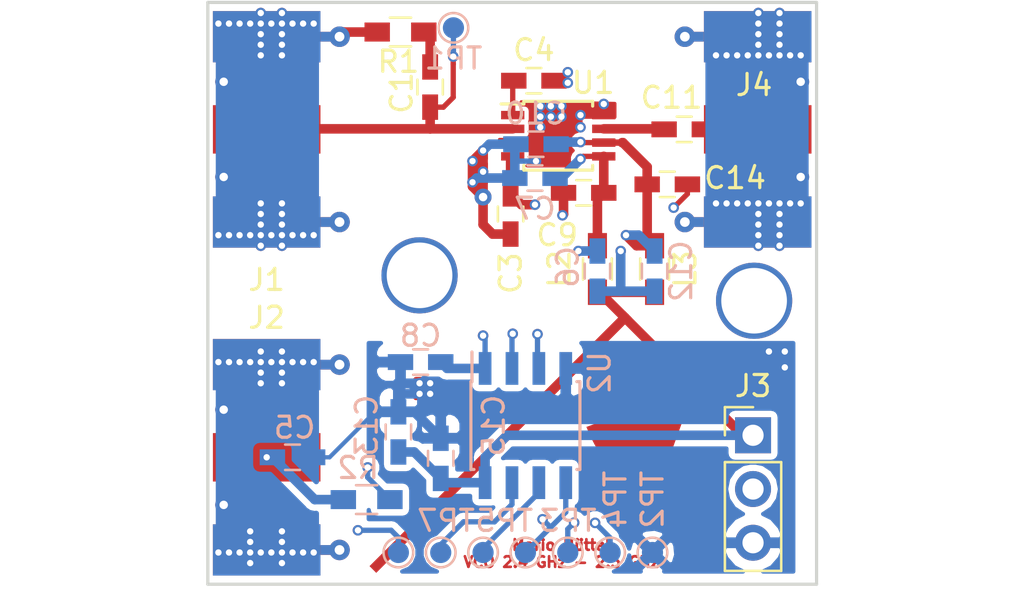
<source format=kicad_pcb>
(kicad_pcb (version 20171130) (host pcbnew "(5.0-dev-4144-gb67b4b9ea)")

  (general
    (thickness 1.6)
    (drawings 13)
    (tracks 393)
    (zones 0)
    (modules 34)
    (nets 18)
  )

  (page A4)
  (layers
    (0 F.Cu jumper)
    (1 In1.Cu signal)
    (2 In2.Cu signal)
    (31 B.Cu signal)
    (32 B.Adhes user)
    (33 F.Adhes user)
    (34 B.Paste user)
    (35 F.Paste user)
    (36 B.SilkS user)
    (37 F.SilkS user)
    (38 B.Mask user)
    (39 F.Mask user)
    (40 Dwgs.User user)
    (41 Cmts.User user)
    (42 Eco1.User user)
    (43 Eco2.User user)
    (44 Edge.Cuts user)
    (45 Margin user)
    (46 B.CrtYd user)
    (47 F.CrtYd user)
    (48 B.Fab user hide)
    (49 F.Fab user hide)
  )

  (setup
    (last_trace_width 0.451)
    (user_trace_width 0.2)
    (user_trace_width 0.451)
    (trace_clearance 0.2)
    (zone_clearance 0.3)
    (zone_45_only no)
    (trace_min 0.15)
    (segment_width 0.2)
    (edge_width 0.15)
    (via_size 0.8)
    (via_drill 0.4)
    (via_min_size 0.3)
    (via_min_drill 0.3)
    (user_via 0.5 0.3)
    (uvia_size 0.3)
    (uvia_drill 0.1)
    (uvias_allowed no)
    (uvia_min_size 0.2)
    (uvia_min_drill 0.1)
    (pcb_text_width 0.3)
    (pcb_text_size 1.5 1.5)
    (mod_edge_width 0.15)
    (mod_text_size 1 1)
    (mod_text_width 0.15)
    (pad_size 0.451 16.61)
    (pad_drill 0)
    (pad_to_mask_clearance 0.2)
    (aux_axis_origin 0 0)
    (visible_elements FFFFFF7F)
    (pcbplotparams
      (layerselection 0x010fc_ffffffff)
      (usegerberextensions false)
      (usegerberattributes false)
      (usegerberadvancedattributes false)
      (creategerberjobfile false)
      (excludeedgelayer true)
      (linewidth 0.100000)
      (plotframeref false)
      (viasonmask false)
      (mode 1)
      (useauxorigin false)
      (hpglpennumber 1)
      (hpglpenspeed 20)
      (hpglpendiameter 15)
      (psnegative false)
      (psa4output false)
      (plotreference true)
      (plotvalue true)
      (plotinvisibletext false)
      (padsonsilk false)
      (subtractmaskfromsilk false)
      (outputformat 1)
      (mirror false)
      (drillshape 1)
      (scaleselection 1)
      (outputdirectory ""))
  )

  (net 0 "")
  (net 1 "Net-(C1-Pad1)")
  (net 2 "Net-(C1-Pad2)")
  (net 3 GND)
  (net 4 "Net-(C3-Pad1)")
  (net 5 "Net-(C4-Pad2)")
  (net 6 "Net-(C5-Pad1)")
  (net 7 "Net-(C6-Pad2)")
  (net 8 "Net-(C8-Pad1)")
  (net 9 "Net-(C10-Pad2)")
  (net 10 "Net-(C11-Pad1)")
  (net 11 "Net-(C11-Pad2)")
  (net 12 "Net-(R2-Pad1)")
  (net 13 "Net-(TP3-Pad1)")
  (net 14 "Net-(TP4-Pad1)")
  (net 15 "Net-(TP7-Pad1)")
  (net 16 "Net-(TP8-Pad1)")
  (net 17 /VCC)

  (net_class Default "This is the default net class."
    (clearance 0.2)
    (trace_width 0.25)
    (via_dia 0.8)
    (via_drill 0.4)
    (uvia_dia 0.3)
    (uvia_drill 0.1)
    (add_net /VCC)
    (add_net GND)
    (add_net "Net-(C1-Pad1)")
    (add_net "Net-(C1-Pad2)")
    (add_net "Net-(C10-Pad2)")
    (add_net "Net-(C11-Pad1)")
    (add_net "Net-(C11-Pad2)")
    (add_net "Net-(C3-Pad1)")
    (add_net "Net-(C4-Pad2)")
    (add_net "Net-(C5-Pad1)")
    (add_net "Net-(C6-Pad2)")
    (add_net "Net-(C8-Pad1)")
    (add_net "Net-(R2-Pad1)")
    (add_net "Net-(TP3-Pad1)")
    (add_net "Net-(TP4-Pad1)")
    (add_net "Net-(TP7-Pad1)")
    (add_net "Net-(TP8-Pad1)")
  )

  (module muwave_arcstub (layer F.Cu) (tedit 5A99F67A) (tstamp 0)
    (at 36 30.7 135)
    (fp_text reference "4.8 GHz" (at 0.141421 2.262742 135) (layer F.SilkS) hide
      (effects (font (size 1 1) (thickness 0.15)))
    )
    (fp_text value muwave_arcstub (at 0 -0.5 135) (layer F.Fab)
      (effects (font (size 1 1) (thickness 0.15)))
    )
    (pad 1 smd custom (at 0 0 135) (size 0.451 0.451) (layers F.Cu)
      (net 17 /VCC) (zone_connect 0)
      (options (clearance outline) (anchor rect))
      (primitives
        (gr_poly (pts
           (xy 0 0) (xy 2.30327 -4.939377) (xy 1.86401 -5.121325) (xy 1.410564 -5.264296) (xy 0.946383 -5.367202)
           (xy 0.474999 -5.429261) (xy 0 -5.45) (xy -0.474999 -5.429261) (xy -0.946383 -5.367202) (xy -1.410564 -5.264296)
           (xy -1.86401 -5.121325) (xy -2.30327 -4.939377) (xy 0 0)) (width 0))
      ))
  )

  (module muwave_stub (layer F.Cu) (tedit 5A99F678) (tstamp 0)
    (at 32.7 27.4 135)
    (fp_text reference "2.4 GHz" (at 2.192031 -7.636753 225) (layer F.SilkS) hide
      (effects (font (size 0.451 0.451) (thickness 0.0902)))
    )
    (fp_text value muwave_stub (at 0 -0.5 135) (layer F.Fab)
      (effects (font (size 0.451 0.451) (thickness 0.0902)))
    )
    (pad 1 smd rect (at 0 -8.530499 135) (size 0.451 16.61) (layers F.Cu)
      (net 17 /VCC))
    (pad 1 smd rect (at 0 0 135) (size 0.451 0.451) (layers F.Cu)
      (net 17 /VCC))
  )

  (module Capacitors_SMD:C_0603_HandSoldering (layer F.Cu) (tedit 58AA848B) (tstamp 5AA363A4)
    (at 23.5 16.5 270)
    (descr "Capacitor SMD 0603, hand soldering")
    (tags "capacitor 0603")
    (path /5A9B13AA)
    (attr smd)
    (fp_text reference C1 (at 0.28 1.35 270) (layer F.SilkS)
      (effects (font (size 1 1) (thickness 0.15)))
    )
    (fp_text value 100n (at 0 1.5 270) (layer F.Fab)
      (effects (font (size 1 1) (thickness 0.15)))
    )
    (fp_text user %R (at 0 -1.25 270) (layer F.Fab)
      (effects (font (size 1 1) (thickness 0.15)))
    )
    (fp_line (start -0.8 0.4) (end -0.8 -0.4) (layer F.Fab) (width 0.1))
    (fp_line (start 0.8 0.4) (end -0.8 0.4) (layer F.Fab) (width 0.1))
    (fp_line (start 0.8 -0.4) (end 0.8 0.4) (layer F.Fab) (width 0.1))
    (fp_line (start -0.8 -0.4) (end 0.8 -0.4) (layer F.Fab) (width 0.1))
    (fp_line (start -0.35 -0.6) (end 0.35 -0.6) (layer F.SilkS) (width 0.12))
    (fp_line (start 0.35 0.6) (end -0.35 0.6) (layer F.SilkS) (width 0.12))
    (fp_line (start -1.8 -0.65) (end 1.8 -0.65) (layer F.CrtYd) (width 0.05))
    (fp_line (start -1.8 -0.65) (end -1.8 0.65) (layer F.CrtYd) (width 0.05))
    (fp_line (start 1.8 0.65) (end 1.8 -0.65) (layer F.CrtYd) (width 0.05))
    (fp_line (start 1.8 0.65) (end -1.8 0.65) (layer F.CrtYd) (width 0.05))
    (pad 1 smd rect (at -0.95 0 270) (size 1.2 0.75) (layers F.Cu F.Paste F.Mask)
      (net 1 "Net-(C1-Pad1)"))
    (pad 2 smd rect (at 0.95 0 270) (size 1.2 0.75) (layers F.Cu F.Paste F.Mask)
      (net 2 "Net-(C1-Pad2)"))
    (model Capacitors_SMD.3dshapes/C_0603.wrl
      (at (xyz 0 0 0))
      (scale (xyz 1 1 1))
      (rotate (xyz 0 0 0))
    )
  )

  (module Capacitors_SMD:C_0603_HandSoldering (layer F.Cu) (tedit 58AA848B) (tstamp 5AA363C6)
    (at 27.3 22.5 270)
    (descr "Capacitor SMD 0603, hand soldering")
    (tags "capacitor 0603")
    (path /5A9A9BD4)
    (attr smd)
    (fp_text reference C3 (at 2.8 0 270) (layer F.SilkS)
      (effects (font (size 1 1) (thickness 0.15)))
    )
    (fp_text value 100n (at 0 1.5 270) (layer F.Fab)
      (effects (font (size 1 1) (thickness 0.15)))
    )
    (fp_line (start 1.8 0.65) (end -1.8 0.65) (layer F.CrtYd) (width 0.05))
    (fp_line (start 1.8 0.65) (end 1.8 -0.65) (layer F.CrtYd) (width 0.05))
    (fp_line (start -1.8 -0.65) (end -1.8 0.65) (layer F.CrtYd) (width 0.05))
    (fp_line (start -1.8 -0.65) (end 1.8 -0.65) (layer F.CrtYd) (width 0.05))
    (fp_line (start 0.35 0.6) (end -0.35 0.6) (layer F.SilkS) (width 0.12))
    (fp_line (start -0.35 -0.6) (end 0.35 -0.6) (layer F.SilkS) (width 0.12))
    (fp_line (start -0.8 -0.4) (end 0.8 -0.4) (layer F.Fab) (width 0.1))
    (fp_line (start 0.8 -0.4) (end 0.8 0.4) (layer F.Fab) (width 0.1))
    (fp_line (start 0.8 0.4) (end -0.8 0.4) (layer F.Fab) (width 0.1))
    (fp_line (start -0.8 0.4) (end -0.8 -0.4) (layer F.Fab) (width 0.1))
    (fp_text user %R (at 0 -1.25 270) (layer F.Fab)
      (effects (font (size 1 1) (thickness 0.15)))
    )
    (pad 2 smd rect (at 0.95 0 270) (size 1.2 0.75) (layers F.Cu F.Paste F.Mask)
      (net 3 GND))
    (pad 1 smd rect (at -0.95 0 270) (size 1.2 0.75) (layers F.Cu F.Paste F.Mask)
      (net 4 "Net-(C3-Pad1)"))
    (model Capacitors_SMD.3dshapes/C_0603.wrl
      (at (xyz 0 0 0))
      (scale (xyz 1 1 1))
      (rotate (xyz 0 0 0))
    )
  )

  (module Capacitors_SMD:C_0603_HandSoldering (layer F.Cu) (tedit 58AA848B) (tstamp 5AA363D7)
    (at 28.4 16.2 180)
    (descr "Capacitor SMD 0603, hand soldering")
    (tags "capacitor 0603")
    (path /5A99C4B9)
    (attr smd)
    (fp_text reference C4 (at 0 1.45 180) (layer F.SilkS)
      (effects (font (size 1 1) (thickness 0.15)))
    )
    (fp_text value 100n (at 0 1.5 180) (layer F.Fab)
      (effects (font (size 1 1) (thickness 0.15)))
    )
    (fp_line (start 1.8 0.65) (end -1.8 0.65) (layer F.CrtYd) (width 0.05))
    (fp_line (start 1.8 0.65) (end 1.8 -0.65) (layer F.CrtYd) (width 0.05))
    (fp_line (start -1.8 -0.65) (end -1.8 0.65) (layer F.CrtYd) (width 0.05))
    (fp_line (start -1.8 -0.65) (end 1.8 -0.65) (layer F.CrtYd) (width 0.05))
    (fp_line (start 0.35 0.6) (end -0.35 0.6) (layer F.SilkS) (width 0.12))
    (fp_line (start -0.35 -0.6) (end 0.35 -0.6) (layer F.SilkS) (width 0.12))
    (fp_line (start -0.8 -0.4) (end 0.8 -0.4) (layer F.Fab) (width 0.1))
    (fp_line (start 0.8 -0.4) (end 0.8 0.4) (layer F.Fab) (width 0.1))
    (fp_line (start 0.8 0.4) (end -0.8 0.4) (layer F.Fab) (width 0.1))
    (fp_line (start -0.8 0.4) (end -0.8 -0.4) (layer F.Fab) (width 0.1))
    (fp_text user %R (at 0 -1.25 180) (layer F.Fab)
      (effects (font (size 1 1) (thickness 0.15)))
    )
    (pad 2 smd rect (at 0.95 0 180) (size 1.2 0.75) (layers F.Cu F.Paste F.Mask)
      (net 5 "Net-(C4-Pad2)"))
    (pad 1 smd rect (at -0.95 0 180) (size 1.2 0.75) (layers F.Cu F.Paste F.Mask)
      (net 3 GND))
    (model Capacitors_SMD.3dshapes/C_0603.wrl
      (at (xyz 0 0 0))
      (scale (xyz 1 1 1))
      (rotate (xyz 0 0 0))
    )
  )

  (module Capacitors_SMD:C_0603_HandSoldering (layer B.Cu) (tedit 58AA848B) (tstamp 5AA363E8)
    (at 17 34)
    (descr "Capacitor SMD 0603, hand soldering")
    (tags "capacitor 0603")
    (path /5A9B50A4)
    (attr smd)
    (fp_text reference C5 (at 0.1 -1.4) (layer B.SilkS)
      (effects (font (size 1 1) (thickness 0.15)) (justify mirror))
    )
    (fp_text value C (at 0 -1.5) (layer B.Fab)
      (effects (font (size 1 1) (thickness 0.15)) (justify mirror))
    )
    (fp_line (start 1.8 -0.65) (end -1.8 -0.65) (layer B.CrtYd) (width 0.05))
    (fp_line (start 1.8 -0.65) (end 1.8 0.65) (layer B.CrtYd) (width 0.05))
    (fp_line (start -1.8 0.65) (end -1.8 -0.65) (layer B.CrtYd) (width 0.05))
    (fp_line (start -1.8 0.65) (end 1.8 0.65) (layer B.CrtYd) (width 0.05))
    (fp_line (start 0.35 -0.6) (end -0.35 -0.6) (layer B.SilkS) (width 0.12))
    (fp_line (start -0.35 0.6) (end 0.35 0.6) (layer B.SilkS) (width 0.12))
    (fp_line (start -0.8 0.4) (end 0.8 0.4) (layer B.Fab) (width 0.1))
    (fp_line (start 0.8 0.4) (end 0.8 -0.4) (layer B.Fab) (width 0.1))
    (fp_line (start 0.8 -0.4) (end -0.8 -0.4) (layer B.Fab) (width 0.1))
    (fp_line (start -0.8 -0.4) (end -0.8 0.4) (layer B.Fab) (width 0.1))
    (fp_text user %R (at 0 1.25) (layer B.Fab)
      (effects (font (size 1 1) (thickness 0.15)) (justify mirror))
    )
    (pad 2 smd rect (at 0.95 0) (size 1.2 0.75) (layers B.Cu B.Paste B.Mask)
      (net 3 GND))
    (pad 1 smd rect (at -0.95 0) (size 1.2 0.75) (layers B.Cu B.Paste B.Mask)
      (net 6 "Net-(C5-Pad1)"))
    (model Capacitors_SMD.3dshapes/C_0603.wrl
      (at (xyz 0 0 0))
      (scale (xyz 1 1 1))
      (rotate (xyz 0 0 0))
    )
  )

  (module Capacitors_SMD:C_0603_HandSoldering (layer B.Cu) (tedit 58AA848B) (tstamp 5AA363F9)
    (at 31.4 25.2 90)
    (descr "Capacitor SMD 0603, hand soldering")
    (tags "capacitor 0603")
    (path /5A99EE68)
    (attr smd)
    (fp_text reference C6 (at 0.2 -1.4 90) (layer B.SilkS)
      (effects (font (size 1 1) (thickness 0.15)) (justify mirror))
    )
    (fp_text value 1u (at 0 -1.5 90) (layer B.Fab)
      (effects (font (size 1 1) (thickness 0.15)) (justify mirror))
    )
    (fp_text user %R (at 0 1.25 90) (layer B.Fab)
      (effects (font (size 1 1) (thickness 0.15)) (justify mirror))
    )
    (fp_line (start -0.8 -0.4) (end -0.8 0.4) (layer B.Fab) (width 0.1))
    (fp_line (start 0.8 -0.4) (end -0.8 -0.4) (layer B.Fab) (width 0.1))
    (fp_line (start 0.8 0.4) (end 0.8 -0.4) (layer B.Fab) (width 0.1))
    (fp_line (start -0.8 0.4) (end 0.8 0.4) (layer B.Fab) (width 0.1))
    (fp_line (start -0.35 0.6) (end 0.35 0.6) (layer B.SilkS) (width 0.12))
    (fp_line (start 0.35 -0.6) (end -0.35 -0.6) (layer B.SilkS) (width 0.12))
    (fp_line (start -1.8 0.65) (end 1.8 0.65) (layer B.CrtYd) (width 0.05))
    (fp_line (start -1.8 0.65) (end -1.8 -0.65) (layer B.CrtYd) (width 0.05))
    (fp_line (start 1.8 -0.65) (end 1.8 0.65) (layer B.CrtYd) (width 0.05))
    (fp_line (start 1.8 -0.65) (end -1.8 -0.65) (layer B.CrtYd) (width 0.05))
    (pad 1 smd rect (at -0.95 0 90) (size 1.2 0.75) (layers B.Cu B.Paste B.Mask)
      (net 3 GND))
    (pad 2 smd rect (at 0.95 0 90) (size 1.2 0.75) (layers B.Cu B.Paste B.Mask)
      (net 7 "Net-(C6-Pad2)"))
    (model Capacitors_SMD.3dshapes/C_0603.wrl
      (at (xyz 0 0 0))
      (scale (xyz 1 1 1))
      (rotate (xyz 0 0 0))
    )
  )

  (module Capacitors_SMD:C_0603_HandSoldering (layer B.Cu) (tedit 58AA848B) (tstamp 5AA37BE7)
    (at 28.45 20.8)
    (descr "Capacitor SMD 0603, hand soldering")
    (tags "capacitor 0603")
    (path /5A99ED44)
    (attr smd)
    (fp_text reference C7 (at 0 1.45) (layer B.SilkS)
      (effects (font (size 1 1) (thickness 0.15)) (justify mirror))
    )
    (fp_text value 100n (at 0 -1.5) (layer B.Fab)
      (effects (font (size 1 1) (thickness 0.15)) (justify mirror))
    )
    (fp_line (start 1.8 -0.65) (end -1.8 -0.65) (layer B.CrtYd) (width 0.05))
    (fp_line (start 1.8 -0.65) (end 1.8 0.65) (layer B.CrtYd) (width 0.05))
    (fp_line (start -1.8 0.65) (end -1.8 -0.65) (layer B.CrtYd) (width 0.05))
    (fp_line (start -1.8 0.65) (end 1.8 0.65) (layer B.CrtYd) (width 0.05))
    (fp_line (start 0.35 -0.6) (end -0.35 -0.6) (layer B.SilkS) (width 0.12))
    (fp_line (start -0.35 0.6) (end 0.35 0.6) (layer B.SilkS) (width 0.12))
    (fp_line (start -0.8 0.4) (end 0.8 0.4) (layer B.Fab) (width 0.1))
    (fp_line (start 0.8 0.4) (end 0.8 -0.4) (layer B.Fab) (width 0.1))
    (fp_line (start 0.8 -0.4) (end -0.8 -0.4) (layer B.Fab) (width 0.1))
    (fp_line (start -0.8 -0.4) (end -0.8 0.4) (layer B.Fab) (width 0.1))
    (fp_text user %R (at 0 1.25) (layer B.Fab)
      (effects (font (size 1 1) (thickness 0.15)) (justify mirror))
    )
    (pad 2 smd rect (at 0.95 0) (size 1.2 0.75) (layers B.Cu B.Paste B.Mask)
      (net 7 "Net-(C6-Pad2)"))
    (pad 1 smd rect (at -0.95 0) (size 1.2 0.75) (layers B.Cu B.Paste B.Mask)
      (net 3 GND))
    (model Capacitors_SMD.3dshapes/C_0603.wrl
      (at (xyz 0 0 0))
      (scale (xyz 1 1 1))
      (rotate (xyz 0 0 0))
    )
  )

  (module Capacitors_SMD:C_0603_HandSoldering (layer B.Cu) (tedit 58AA848B) (tstamp 5AA3641B)
    (at 23.05 29.5 180)
    (descr "Capacitor SMD 0603, hand soldering")
    (tags "capacitor 0603")
    (path /5A9C039F)
    (attr smd)
    (fp_text reference C8 (at 0 1.25 180) (layer B.SilkS)
      (effects (font (size 1 1) (thickness 0.15)) (justify mirror))
    )
    (fp_text value 100n (at 0 -1.5 180) (layer B.Fab)
      (effects (font (size 1 1) (thickness 0.15)) (justify mirror))
    )
    (fp_line (start 1.8 -0.65) (end -1.8 -0.65) (layer B.CrtYd) (width 0.05))
    (fp_line (start 1.8 -0.65) (end 1.8 0.65) (layer B.CrtYd) (width 0.05))
    (fp_line (start -1.8 0.65) (end -1.8 -0.65) (layer B.CrtYd) (width 0.05))
    (fp_line (start -1.8 0.65) (end 1.8 0.65) (layer B.CrtYd) (width 0.05))
    (fp_line (start 0.35 -0.6) (end -0.35 -0.6) (layer B.SilkS) (width 0.12))
    (fp_line (start -0.35 0.6) (end 0.35 0.6) (layer B.SilkS) (width 0.12))
    (fp_line (start -0.8 0.4) (end 0.8 0.4) (layer B.Fab) (width 0.1))
    (fp_line (start 0.8 0.4) (end 0.8 -0.4) (layer B.Fab) (width 0.1))
    (fp_line (start 0.8 -0.4) (end -0.8 -0.4) (layer B.Fab) (width 0.1))
    (fp_line (start -0.8 -0.4) (end -0.8 0.4) (layer B.Fab) (width 0.1))
    (fp_text user %R (at 0 1.25 180) (layer B.Fab)
      (effects (font (size 1 1) (thickness 0.15)) (justify mirror))
    )
    (pad 2 smd rect (at 0.95 0 180) (size 1.2 0.75) (layers B.Cu B.Paste B.Mask)
      (net 3 GND))
    (pad 1 smd rect (at -0.95 0 180) (size 1.2 0.75) (layers B.Cu B.Paste B.Mask)
      (net 8 "Net-(C8-Pad1)"))
    (model Capacitors_SMD.3dshapes/C_0603.wrl
      (at (xyz 0 0 0))
      (scale (xyz 1 1 1))
      (rotate (xyz 0 0 0))
    )
  )

  (module Capacitors_SMD:C_0603_HandSoldering (layer F.Cu) (tedit 58AA848B) (tstamp 5AA3642C)
    (at 30.75 21.5)
    (descr "Capacitor SMD 0603, hand soldering")
    (tags "capacitor 0603")
    (path /5A99EFDC)
    (attr smd)
    (fp_text reference C9 (at -1.25 2) (layer F.SilkS)
      (effects (font (size 1 1) (thickness 0.15)))
    )
    (fp_text value 100n (at 0 1.5) (layer F.Fab)
      (effects (font (size 1 1) (thickness 0.15)))
    )
    (fp_line (start 1.8 0.65) (end -1.8 0.65) (layer F.CrtYd) (width 0.05))
    (fp_line (start 1.8 0.65) (end 1.8 -0.65) (layer F.CrtYd) (width 0.05))
    (fp_line (start -1.8 -0.65) (end -1.8 0.65) (layer F.CrtYd) (width 0.05))
    (fp_line (start -1.8 -0.65) (end 1.8 -0.65) (layer F.CrtYd) (width 0.05))
    (fp_line (start 0.35 0.6) (end -0.35 0.6) (layer F.SilkS) (width 0.12))
    (fp_line (start -0.35 -0.6) (end 0.35 -0.6) (layer F.SilkS) (width 0.12))
    (fp_line (start -0.8 -0.4) (end 0.8 -0.4) (layer F.Fab) (width 0.1))
    (fp_line (start 0.8 -0.4) (end 0.8 0.4) (layer F.Fab) (width 0.1))
    (fp_line (start 0.8 0.4) (end -0.8 0.4) (layer F.Fab) (width 0.1))
    (fp_line (start -0.8 0.4) (end -0.8 -0.4) (layer F.Fab) (width 0.1))
    (fp_text user %R (at 0 -1.25) (layer F.Fab)
      (effects (font (size 1 1) (thickness 0.15)))
    )
    (pad 2 smd rect (at 0.95 0) (size 1.2 0.75) (layers F.Cu F.Paste F.Mask)
      (net 7 "Net-(C6-Pad2)"))
    (pad 1 smd rect (at -0.95 0) (size 1.2 0.75) (layers F.Cu F.Paste F.Mask)
      (net 3 GND))
    (model Capacitors_SMD.3dshapes/C_0603.wrl
      (at (xyz 0 0 0))
      (scale (xyz 1 1 1))
      (rotate (xyz 0 0 0))
    )
  )

  (module Capacitors_SMD:C_0603_HandSoldering (layer B.Cu) (tedit 58AA848B) (tstamp 5AA3643D)
    (at 28.5 19.2)
    (descr "Capacitor SMD 0603, hand soldering")
    (tags "capacitor 0603")
    (path /5A99F014)
    (attr smd)
    (fp_text reference C10 (at 0 -1.45) (layer B.SilkS)
      (effects (font (size 1 1) (thickness 0.15)) (justify mirror))
    )
    (fp_text value 100n (at 0 -1.5) (layer B.Fab)
      (effects (font (size 1 1) (thickness 0.15)) (justify mirror))
    )
    (fp_text user %R (at 0 1.25) (layer B.Fab)
      (effects (font (size 1 1) (thickness 0.15)) (justify mirror))
    )
    (fp_line (start -0.8 -0.4) (end -0.8 0.4) (layer B.Fab) (width 0.1))
    (fp_line (start 0.8 -0.4) (end -0.8 -0.4) (layer B.Fab) (width 0.1))
    (fp_line (start 0.8 0.4) (end 0.8 -0.4) (layer B.Fab) (width 0.1))
    (fp_line (start -0.8 0.4) (end 0.8 0.4) (layer B.Fab) (width 0.1))
    (fp_line (start -0.35 0.6) (end 0.35 0.6) (layer B.SilkS) (width 0.12))
    (fp_line (start 0.35 -0.6) (end -0.35 -0.6) (layer B.SilkS) (width 0.12))
    (fp_line (start -1.8 0.65) (end 1.8 0.65) (layer B.CrtYd) (width 0.05))
    (fp_line (start -1.8 0.65) (end -1.8 -0.65) (layer B.CrtYd) (width 0.05))
    (fp_line (start 1.8 -0.65) (end 1.8 0.65) (layer B.CrtYd) (width 0.05))
    (fp_line (start 1.8 -0.65) (end -1.8 -0.65) (layer B.CrtYd) (width 0.05))
    (pad 1 smd rect (at -0.95 0) (size 1.2 0.75) (layers B.Cu B.Paste B.Mask)
      (net 3 GND))
    (pad 2 smd rect (at 0.95 0) (size 1.2 0.75) (layers B.Cu B.Paste B.Mask)
      (net 9 "Net-(C10-Pad2)"))
    (model Capacitors_SMD.3dshapes/C_0603.wrl
      (at (xyz 0 0 0))
      (scale (xyz 1 1 1))
      (rotate (xyz 0 0 0))
    )
  )

  (module Capacitors_SMD:C_0603_HandSoldering (layer F.Cu) (tedit 58AA848B) (tstamp 5AA36B24)
    (at 35.5 18.5 180)
    (descr "Capacitor SMD 0603, hand soldering")
    (tags "capacitor 0603")
    (path /5A9A7213)
    (attr smd)
    (fp_text reference C11 (at 0.6 1.5 180) (layer F.SilkS)
      (effects (font (size 1 1) (thickness 0.15)))
    )
    (fp_text value 100n (at 0 1.5 180) (layer F.Fab)
      (effects (font (size 1 1) (thickness 0.15)))
    )
    (fp_text user %R (at 0 -1.25 180) (layer F.Fab)
      (effects (font (size 1 1) (thickness 0.15)))
    )
    (fp_line (start -0.8 0.4) (end -0.8 -0.4) (layer F.Fab) (width 0.1))
    (fp_line (start 0.8 0.4) (end -0.8 0.4) (layer F.Fab) (width 0.1))
    (fp_line (start 0.8 -0.4) (end 0.8 0.4) (layer F.Fab) (width 0.1))
    (fp_line (start -0.8 -0.4) (end 0.8 -0.4) (layer F.Fab) (width 0.1))
    (fp_line (start -0.35 -0.6) (end 0.35 -0.6) (layer F.SilkS) (width 0.12))
    (fp_line (start 0.35 0.6) (end -0.35 0.6) (layer F.SilkS) (width 0.12))
    (fp_line (start -1.8 -0.65) (end 1.8 -0.65) (layer F.CrtYd) (width 0.05))
    (fp_line (start -1.8 -0.65) (end -1.8 0.65) (layer F.CrtYd) (width 0.05))
    (fp_line (start 1.8 0.65) (end 1.8 -0.65) (layer F.CrtYd) (width 0.05))
    (fp_line (start 1.8 0.65) (end -1.8 0.65) (layer F.CrtYd) (width 0.05))
    (pad 1 smd rect (at -0.95 0 180) (size 1.2 0.75) (layers F.Cu F.Paste F.Mask)
      (net 10 "Net-(C11-Pad1)"))
    (pad 2 smd rect (at 0.95 0 180) (size 1.2 0.75) (layers F.Cu F.Paste F.Mask)
      (net 11 "Net-(C11-Pad2)"))
    (model Capacitors_SMD.3dshapes/C_0603.wrl
      (at (xyz 0 0 0))
      (scale (xyz 1 1 1))
      (rotate (xyz 0 0 0))
    )
  )

  (module Capacitors_SMD:C_0603_HandSoldering (layer B.Cu) (tedit 58AA848B) (tstamp 5AA3645F)
    (at 34.1 25.2 90)
    (descr "Capacitor SMD 0603, hand soldering")
    (tags "capacitor 0603")
    (path /5A99F052)
    (attr smd)
    (fp_text reference C12 (at 0 1.25 90) (layer B.SilkS)
      (effects (font (size 1 1) (thickness 0.15)) (justify mirror))
    )
    (fp_text value 1u (at 0 -1.5 90) (layer B.Fab)
      (effects (font (size 1 1) (thickness 0.15)) (justify mirror))
    )
    (fp_text user %R (at 0 1.25 90) (layer B.Fab)
      (effects (font (size 1 1) (thickness 0.15)) (justify mirror))
    )
    (fp_line (start -0.8 -0.4) (end -0.8 0.4) (layer B.Fab) (width 0.1))
    (fp_line (start 0.8 -0.4) (end -0.8 -0.4) (layer B.Fab) (width 0.1))
    (fp_line (start 0.8 0.4) (end 0.8 -0.4) (layer B.Fab) (width 0.1))
    (fp_line (start -0.8 0.4) (end 0.8 0.4) (layer B.Fab) (width 0.1))
    (fp_line (start -0.35 0.6) (end 0.35 0.6) (layer B.SilkS) (width 0.12))
    (fp_line (start 0.35 -0.6) (end -0.35 -0.6) (layer B.SilkS) (width 0.12))
    (fp_line (start -1.8 0.65) (end 1.8 0.65) (layer B.CrtYd) (width 0.05))
    (fp_line (start -1.8 0.65) (end -1.8 -0.65) (layer B.CrtYd) (width 0.05))
    (fp_line (start 1.8 -0.65) (end 1.8 0.65) (layer B.CrtYd) (width 0.05))
    (fp_line (start 1.8 -0.65) (end -1.8 -0.65) (layer B.CrtYd) (width 0.05))
    (pad 1 smd rect (at -0.95 0 90) (size 1.2 0.75) (layers B.Cu B.Paste B.Mask)
      (net 3 GND))
    (pad 2 smd rect (at 0.95 0 90) (size 1.2 0.75) (layers B.Cu B.Paste B.Mask)
      (net 9 "Net-(C10-Pad2)"))
    (model Capacitors_SMD.3dshapes/C_0603.wrl
      (at (xyz 0 0 0))
      (scale (xyz 1 1 1))
      (rotate (xyz 0 0 0))
    )
  )

  (module Capacitors_SMD:C_0603_HandSoldering (layer B.Cu) (tedit 58AA848B) (tstamp 5AA36470)
    (at 22 32.8 90)
    (descr "Capacitor SMD 0603, hand soldering")
    (tags "capacitor 0603")
    (path /5A9C8638)
    (attr smd)
    (fp_text reference C13 (at 0.3 -1.5 90) (layer B.SilkS)
      (effects (font (size 1 1) (thickness 0.15)) (justify mirror))
    )
    (fp_text value 100n (at 0 -1.5 90) (layer B.Fab)
      (effects (font (size 1 1) (thickness 0.15)) (justify mirror))
    )
    (fp_text user %R (at 0 1.25 90) (layer B.Fab)
      (effects (font (size 1 1) (thickness 0.15)) (justify mirror))
    )
    (fp_line (start -0.8 -0.4) (end -0.8 0.4) (layer B.Fab) (width 0.1))
    (fp_line (start 0.8 -0.4) (end -0.8 -0.4) (layer B.Fab) (width 0.1))
    (fp_line (start 0.8 0.4) (end 0.8 -0.4) (layer B.Fab) (width 0.1))
    (fp_line (start -0.8 0.4) (end 0.8 0.4) (layer B.Fab) (width 0.1))
    (fp_line (start -0.35 0.6) (end 0.35 0.6) (layer B.SilkS) (width 0.12))
    (fp_line (start 0.35 -0.6) (end -0.35 -0.6) (layer B.SilkS) (width 0.12))
    (fp_line (start -1.8 0.65) (end 1.8 0.65) (layer B.CrtYd) (width 0.05))
    (fp_line (start -1.8 0.65) (end -1.8 -0.65) (layer B.CrtYd) (width 0.05))
    (fp_line (start 1.8 -0.65) (end 1.8 0.65) (layer B.CrtYd) (width 0.05))
    (fp_line (start 1.8 -0.65) (end -1.8 -0.65) (layer B.CrtYd) (width 0.05))
    (pad 1 smd rect (at -0.95 0 90) (size 1.2 0.75) (layers B.Cu B.Paste B.Mask)
      (net 17 /VCC))
    (pad 2 smd rect (at 0.95 0 90) (size 1.2 0.75) (layers B.Cu B.Paste B.Mask)
      (net 3 GND))
    (model Capacitors_SMD.3dshapes/C_0603.wrl
      (at (xyz 0 0 0))
      (scale (xyz 1 1 1))
      (rotate (xyz 0 0 0))
    )
  )

  (module Capacitors_SMD:C_0603_HandSoldering (layer F.Cu) (tedit 58AA848B) (tstamp 5AA36481)
    (at 34.7 21.1 180)
    (descr "Capacitor SMD 0603, hand soldering")
    (tags "capacitor 0603")
    (path /5A9A0CA8)
    (attr smd)
    (fp_text reference C14 (at -3.2 0.3 180) (layer F.SilkS)
      (effects (font (size 1 1) (thickness 0.15)))
    )
    (fp_text value 100n (at 0 1.5 180) (layer F.Fab)
      (effects (font (size 1 1) (thickness 0.15)))
    )
    (fp_line (start 1.8 0.65) (end -1.8 0.65) (layer F.CrtYd) (width 0.05))
    (fp_line (start 1.8 0.65) (end 1.8 -0.65) (layer F.CrtYd) (width 0.05))
    (fp_line (start -1.8 -0.65) (end -1.8 0.65) (layer F.CrtYd) (width 0.05))
    (fp_line (start -1.8 -0.65) (end 1.8 -0.65) (layer F.CrtYd) (width 0.05))
    (fp_line (start 0.35 0.6) (end -0.35 0.6) (layer F.SilkS) (width 0.12))
    (fp_line (start -0.35 -0.6) (end 0.35 -0.6) (layer F.SilkS) (width 0.12))
    (fp_line (start -0.8 -0.4) (end 0.8 -0.4) (layer F.Fab) (width 0.1))
    (fp_line (start 0.8 -0.4) (end 0.8 0.4) (layer F.Fab) (width 0.1))
    (fp_line (start 0.8 0.4) (end -0.8 0.4) (layer F.Fab) (width 0.1))
    (fp_line (start -0.8 0.4) (end -0.8 -0.4) (layer F.Fab) (width 0.1))
    (fp_text user %R (at 0 -1.25 180) (layer F.Fab)
      (effects (font (size 1 1) (thickness 0.15)))
    )
    (pad 2 smd rect (at 0.95 0 180) (size 1.2 0.75) (layers F.Cu F.Paste F.Mask)
      (net 9 "Net-(C10-Pad2)"))
    (pad 1 smd rect (at -0.95 0 180) (size 1.2 0.75) (layers F.Cu F.Paste F.Mask)
      (net 3 GND))
    (model Capacitors_SMD.3dshapes/C_0603.wrl
      (at (xyz 0 0 0))
      (scale (xyz 1 1 1))
      (rotate (xyz 0 0 0))
    )
  )

  (module Capacitors_SMD:C_0603_HandSoldering (layer B.Cu) (tedit 58AA848B) (tstamp 5AA36492)
    (at 24 34.05 90)
    (descr "Capacitor SMD 0603, hand soldering")
    (tags "capacitor 0603")
    (path /5A9C8572)
    (attr smd)
    (fp_text reference C15 (at 1.55 2.5 90) (layer B.SilkS)
      (effects (font (size 1 1) (thickness 0.15)) (justify mirror))
    )
    (fp_text value 1u (at 0 -1.5 90) (layer B.Fab)
      (effects (font (size 1 1) (thickness 0.15)) (justify mirror))
    )
    (fp_line (start 1.8 -0.65) (end -1.8 -0.65) (layer B.CrtYd) (width 0.05))
    (fp_line (start 1.8 -0.65) (end 1.8 0.65) (layer B.CrtYd) (width 0.05))
    (fp_line (start -1.8 0.65) (end -1.8 -0.65) (layer B.CrtYd) (width 0.05))
    (fp_line (start -1.8 0.65) (end 1.8 0.65) (layer B.CrtYd) (width 0.05))
    (fp_line (start 0.35 -0.6) (end -0.35 -0.6) (layer B.SilkS) (width 0.12))
    (fp_line (start -0.35 0.6) (end 0.35 0.6) (layer B.SilkS) (width 0.12))
    (fp_line (start -0.8 0.4) (end 0.8 0.4) (layer B.Fab) (width 0.1))
    (fp_line (start 0.8 0.4) (end 0.8 -0.4) (layer B.Fab) (width 0.1))
    (fp_line (start 0.8 -0.4) (end -0.8 -0.4) (layer B.Fab) (width 0.1))
    (fp_line (start -0.8 -0.4) (end -0.8 0.4) (layer B.Fab) (width 0.1))
    (fp_text user %R (at 0 1.25 90) (layer B.Fab)
      (effects (font (size 1 1) (thickness 0.15)) (justify mirror))
    )
    (pad 2 smd rect (at 0.95 0 90) (size 1.2 0.75) (layers B.Cu B.Paste B.Mask)
      (net 3 GND))
    (pad 1 smd rect (at -0.95 0 90) (size 1.2 0.75) (layers B.Cu B.Paste B.Mask)
      (net 17 /VCC))
    (model Capacitors_SMD.3dshapes/C_0603.wrl
      (at (xyz 0 0 0))
      (scale (xyz 1 1 1))
      (rotate (xyz 0 0 0))
    )
  )

  (module Connectors_Molex:Molex_SMA_Jack_Edge_Mount (layer F.Cu) (tedit 587D2992) (tstamp 5AA364B7)
    (at 17.5 18.5)
    (descr "Molex SMA Jack, Edge Mount, http://www.molex.com/pdm_docs/sd/732511150_sd.pdf")
    (tags "sma edge")
    (path /5A99C666)
    (attr smd)
    (fp_text reference J1 (at -1.72 7.11) (layer F.SilkS)
      (effects (font (size 1 1) (thickness 0.15)))
    )
    (fp_text value Conn_Coaxial (at -1.72 -7.11) (layer F.Fab)
      (effects (font (size 1 1) (thickness 0.15)))
    )
    (fp_line (start -5.91 4.76) (end 0.49 4.76) (layer F.Fab) (width 0.1))
    (fp_line (start -5.91 -4.76) (end -5.91 4.76) (layer F.Fab) (width 0.1))
    (fp_line (start 0.49 -4.76) (end -5.91 -4.76) (layer F.Fab) (width 0.1))
    (fp_line (start -4.76 -3.75) (end -4.76 3.75) (layer F.Fab) (width 0.1))
    (fp_line (start -13.79 2.65) (end -5.91 2.65) (layer F.Fab) (width 0.1))
    (fp_line (start -13.79 -2.65) (end -13.79 2.65) (layer F.Fab) (width 0.1))
    (fp_line (start -13.79 -2.65) (end -5.91 -2.65) (layer F.Fab) (width 0.1))
    (fp_line (start -4.76 3.75) (end 0.49 3.75) (layer F.Fab) (width 0.1))
    (fp_line (start -4.76 -3.75) (end 0.49 -3.75) (layer F.Fab) (width 0.1))
    (fp_line (start 2.71 -6.09) (end -14.29 -6.09) (layer F.CrtYd) (width 0.05))
    (fp_line (start 2.71 -6.09) (end 2.71 6.09) (layer F.CrtYd) (width 0.05))
    (fp_line (start -14.29 6.09) (end 2.71 6.09) (layer B.CrtYd) (width 0.05))
    (fp_line (start -14.29 -6.09) (end -14.29 6.09) (layer B.CrtYd) (width 0.05))
    (fp_line (start -14.29 -6.09) (end 2.71 -6.09) (layer B.CrtYd) (width 0.05))
    (fp_line (start 2.71 -6.09) (end 2.71 6.09) (layer B.CrtYd) (width 0.05))
    (fp_line (start -14.29 6.09) (end 2.71 6.09) (layer F.CrtYd) (width 0.05))
    (fp_line (start -14.29 -6.09) (end -14.29 6.09) (layer F.CrtYd) (width 0.05))
    (fp_line (start 0.49 -4.76) (end 0.49 -3.75) (layer F.Fab) (width 0.1))
    (fp_line (start 0.49 3.75) (end 0.49 4.76) (layer F.Fab) (width 0.1))
    (fp_line (start 0.49 -0.38) (end 0.49 0.38) (layer F.Fab) (width 0.1))
    (fp_line (start -4.76 0.38) (end 0.49 0.38) (layer F.Fab) (width 0.1))
    (fp_line (start -4.76 -0.38) (end 0.49 -0.38) (layer F.Fab) (width 0.1))
    (pad 2 smd rect (at 1.27 4.38) (size 0.89 0.46) (layers B.Cu)
      (net 3 GND))
    (pad 2 smd rect (at 1.27 -4.38) (size 0.89 0.46) (layers B.Cu)
      (net 3 GND))
    (pad 2 smd rect (at 1.27 4.38) (size 0.89 0.46) (layers F.Cu)
      (net 3 GND))
    (pad 2 smd rect (at 1.27 -4.38) (size 0.89 0.46) (layers F.Cu)
      (net 3 GND))
    (pad 2 thru_hole circle (at 1.72 4.38) (size 0.97 0.97) (drill 0.46) (layers *.Cu)
      (net 3 GND))
    (pad 2 thru_hole circle (at 1.72 -4.38) (size 0.97 0.97) (drill 0.46) (layers *.Cu)
      (net 3 GND))
    (pad 2 smd rect (at -1.72 4.38) (size 5.08 2.42) (layers B.Cu B.Paste B.Mask)
      (net 3 GND))
    (pad 2 smd rect (at -1.72 -4.38) (size 5.08 2.42) (layers B.Cu B.Paste B.Mask)
      (net 3 GND))
    (pad 2 smd rect (at -1.72 4.38) (size 5.08 2.42) (layers F.Cu F.Paste F.Mask)
      (net 3 GND))
    (pad 2 smd rect (at -1.72 -4.38) (size 5.08 2.42) (layers F.Cu F.Paste F.Mask)
      (net 3 GND))
    (pad 1 smd rect (at -1.72 0) (size 5.08 2.29) (layers F.Cu F.Paste F.Mask)
      (net 2 "Net-(C1-Pad2)"))
    (model ${KISYS3DMOD}/Connectors_Molex.3dshapes/Molex_SMA_Jack_Edge_Mount.wrl
      (at (xyz 0 0 0))
      (scale (xyz 1 1 1))
      (rotate (xyz 0 0 0))
    )
  )

  (module Connectors_Molex:Molex_SMA_Jack_Edge_Mount (layer F.Cu) (tedit 587D2992) (tstamp 5AA364DC)
    (at 17.5 34)
    (descr "Molex SMA Jack, Edge Mount, http://www.molex.com/pdm_docs/sd/732511150_sd.pdf")
    (tags "sma edge")
    (path /5A9AA5F0)
    (attr smd)
    (fp_text reference J2 (at -1.72 -6.6) (layer F.SilkS)
      (effects (font (size 1 1) (thickness 0.15)))
    )
    (fp_text value Conn_Coaxial (at -1.72 -7.11) (layer F.Fab)
      (effects (font (size 1 1) (thickness 0.15)))
    )
    (fp_line (start -5.91 4.76) (end 0.49 4.76) (layer F.Fab) (width 0.1))
    (fp_line (start -5.91 -4.76) (end -5.91 4.76) (layer F.Fab) (width 0.1))
    (fp_line (start 0.49 -4.76) (end -5.91 -4.76) (layer F.Fab) (width 0.1))
    (fp_line (start -4.76 -3.75) (end -4.76 3.75) (layer F.Fab) (width 0.1))
    (fp_line (start -13.79 2.65) (end -5.91 2.65) (layer F.Fab) (width 0.1))
    (fp_line (start -13.79 -2.65) (end -13.79 2.65) (layer F.Fab) (width 0.1))
    (fp_line (start -13.79 -2.65) (end -5.91 -2.65) (layer F.Fab) (width 0.1))
    (fp_line (start -4.76 3.75) (end 0.49 3.75) (layer F.Fab) (width 0.1))
    (fp_line (start -4.76 -3.75) (end 0.49 -3.75) (layer F.Fab) (width 0.1))
    (fp_line (start 2.71 -6.09) (end -14.29 -6.09) (layer F.CrtYd) (width 0.05))
    (fp_line (start 2.71 -6.09) (end 2.71 6.09) (layer F.CrtYd) (width 0.05))
    (fp_line (start -14.29 6.09) (end 2.71 6.09) (layer B.CrtYd) (width 0.05))
    (fp_line (start -14.29 -6.09) (end -14.29 6.09) (layer B.CrtYd) (width 0.05))
    (fp_line (start -14.29 -6.09) (end 2.71 -6.09) (layer B.CrtYd) (width 0.05))
    (fp_line (start 2.71 -6.09) (end 2.71 6.09) (layer B.CrtYd) (width 0.05))
    (fp_line (start -14.29 6.09) (end 2.71 6.09) (layer F.CrtYd) (width 0.05))
    (fp_line (start -14.29 -6.09) (end -14.29 6.09) (layer F.CrtYd) (width 0.05))
    (fp_line (start 0.49 -4.76) (end 0.49 -3.75) (layer F.Fab) (width 0.1))
    (fp_line (start 0.49 3.75) (end 0.49 4.76) (layer F.Fab) (width 0.1))
    (fp_line (start 0.49 -0.38) (end 0.49 0.38) (layer F.Fab) (width 0.1))
    (fp_line (start -4.76 0.38) (end 0.49 0.38) (layer F.Fab) (width 0.1))
    (fp_line (start -4.76 -0.38) (end 0.49 -0.38) (layer F.Fab) (width 0.1))
    (pad 2 smd rect (at 1.27 4.38) (size 0.89 0.46) (layers B.Cu)
      (net 3 GND))
    (pad 2 smd rect (at 1.27 -4.38) (size 0.89 0.46) (layers B.Cu)
      (net 3 GND))
    (pad 2 smd rect (at 1.27 4.38) (size 0.89 0.46) (layers F.Cu)
      (net 3 GND))
    (pad 2 smd rect (at 1.27 -4.38) (size 0.89 0.46) (layers F.Cu)
      (net 3 GND))
    (pad 2 thru_hole circle (at 1.72 4.38) (size 0.97 0.97) (drill 0.46) (layers *.Cu)
      (net 3 GND))
    (pad 2 thru_hole circle (at 1.72 -4.38) (size 0.97 0.97) (drill 0.46) (layers *.Cu)
      (net 3 GND))
    (pad 2 smd rect (at -1.72 4.38) (size 5.08 2.42) (layers B.Cu B.Paste B.Mask)
      (net 3 GND))
    (pad 2 smd rect (at -1.72 -4.38) (size 5.08 2.42) (layers B.Cu B.Paste B.Mask)
      (net 3 GND))
    (pad 2 smd rect (at -1.72 4.38) (size 5.08 2.42) (layers F.Cu F.Paste F.Mask)
      (net 3 GND))
    (pad 2 smd rect (at -1.72 -4.38) (size 5.08 2.42) (layers F.Cu F.Paste F.Mask)
      (net 3 GND))
    (pad 1 smd rect (at -1.72 0) (size 5.08 2.29) (layers F.Cu F.Paste F.Mask)
      (net 6 "Net-(C5-Pad1)"))
    (model ${KISYS3DMOD}/Connectors_Molex.3dshapes/Molex_SMA_Jack_Edge_Mount.wrl
      (at (xyz 0 0 0))
      (scale (xyz 1 1 1))
      (rotate (xyz 0 0 0))
    )
  )

  (module Pin_Headers:Pin_Header_Straight_1x03_Pitch2.54mm (layer F.Cu) (tedit 59650532) (tstamp 5AAB829D)
    (at 38.75 32.96)
    (descr "Through hole straight pin header, 1x03, 2.54mm pitch, single row")
    (tags "Through hole pin header THT 1x03 2.54mm single row")
    (path /5A99D9FE)
    (fp_text reference J3 (at 0 -2.33) (layer F.SilkS)
      (effects (font (size 1 1) (thickness 0.15)))
    )
    (fp_text value Conn_01x03 (at 0 7.41) (layer F.Fab)
      (effects (font (size 1 1) (thickness 0.15)))
    )
    (fp_text user %R (at 0 2.54 90) (layer F.Fab)
      (effects (font (size 1 1) (thickness 0.15)))
    )
    (fp_line (start 1.8 -1.8) (end -1.8 -1.8) (layer F.CrtYd) (width 0.05))
    (fp_line (start 1.8 6.85) (end 1.8 -1.8) (layer F.CrtYd) (width 0.05))
    (fp_line (start -1.8 6.85) (end 1.8 6.85) (layer F.CrtYd) (width 0.05))
    (fp_line (start -1.8 -1.8) (end -1.8 6.85) (layer F.CrtYd) (width 0.05))
    (fp_line (start -1.33 -1.33) (end 0 -1.33) (layer F.SilkS) (width 0.12))
    (fp_line (start -1.33 0) (end -1.33 -1.33) (layer F.SilkS) (width 0.12))
    (fp_line (start -1.33 1.27) (end 1.33 1.27) (layer F.SilkS) (width 0.12))
    (fp_line (start 1.33 1.27) (end 1.33 6.41) (layer F.SilkS) (width 0.12))
    (fp_line (start -1.33 1.27) (end -1.33 6.41) (layer F.SilkS) (width 0.12))
    (fp_line (start -1.33 6.41) (end 1.33 6.41) (layer F.SilkS) (width 0.12))
    (fp_line (start -1.27 -0.635) (end -0.635 -1.27) (layer F.Fab) (width 0.1))
    (fp_line (start -1.27 6.35) (end -1.27 -0.635) (layer F.Fab) (width 0.1))
    (fp_line (start 1.27 6.35) (end -1.27 6.35) (layer F.Fab) (width 0.1))
    (fp_line (start 1.27 -1.27) (end 1.27 6.35) (layer F.Fab) (width 0.1))
    (fp_line (start -0.635 -1.27) (end 1.27 -1.27) (layer F.Fab) (width 0.1))
    (pad 3 thru_hole oval (at 0 5.08) (size 1.7 1.7) (drill 1) (layers *.Cu *.Mask)
      (net 3 GND))
    (pad 2 thru_hole oval (at 0 2.54) (size 1.7 1.7) (drill 1) (layers *.Cu *.Mask)
      (net 4 "Net-(C3-Pad1)"))
    (pad 1 thru_hole rect (at 0 0) (size 1.7 1.7) (drill 1) (layers *.Cu *.Mask)
      (net 17 /VCC))
    (model ${KISYS3DMOD}/Pin_Headers.3dshapes/Pin_Header_Straight_1x03_Pitch2.54mm.wrl
      (at (xyz 0 0 0))
      (scale (xyz 1 1 1))
      (rotate (xyz 0 0 0))
    )
  )

  (module Connectors_Molex:Molex_SMA_Jack_Edge_Mount (layer F.Cu) (tedit 587D2992) (tstamp 5AAB882A)
    (at 37.25 18.5 180)
    (descr "Molex SMA Jack, Edge Mount, http://www.molex.com/pdm_docs/sd/732511150_sd.pdf")
    (tags "sma edge")
    (path /5A9A7488)
    (attr smd)
    (fp_text reference J4 (at -1.55 2.1 180) (layer F.SilkS)
      (effects (font (size 1 1) (thickness 0.15)))
    )
    (fp_text value Conn_Coaxial (at -1.72 -7.11 180) (layer F.Fab)
      (effects (font (size 1 1) (thickness 0.15)))
    )
    (fp_line (start -4.76 -0.38) (end 0.49 -0.38) (layer F.Fab) (width 0.1))
    (fp_line (start -4.76 0.38) (end 0.49 0.38) (layer F.Fab) (width 0.1))
    (fp_line (start 0.49 -0.38) (end 0.49 0.38) (layer F.Fab) (width 0.1))
    (fp_line (start 0.49 3.75) (end 0.49 4.76) (layer F.Fab) (width 0.1))
    (fp_line (start 0.49 -4.76) (end 0.49 -3.75) (layer F.Fab) (width 0.1))
    (fp_line (start -14.29 -6.09) (end -14.29 6.09) (layer F.CrtYd) (width 0.05))
    (fp_line (start -14.29 6.09) (end 2.71 6.09) (layer F.CrtYd) (width 0.05))
    (fp_line (start 2.71 -6.09) (end 2.71 6.09) (layer B.CrtYd) (width 0.05))
    (fp_line (start -14.29 -6.09) (end 2.71 -6.09) (layer B.CrtYd) (width 0.05))
    (fp_line (start -14.29 -6.09) (end -14.29 6.09) (layer B.CrtYd) (width 0.05))
    (fp_line (start -14.29 6.09) (end 2.71 6.09) (layer B.CrtYd) (width 0.05))
    (fp_line (start 2.71 -6.09) (end 2.71 6.09) (layer F.CrtYd) (width 0.05))
    (fp_line (start 2.71 -6.09) (end -14.29 -6.09) (layer F.CrtYd) (width 0.05))
    (fp_line (start -4.76 -3.75) (end 0.49 -3.75) (layer F.Fab) (width 0.1))
    (fp_line (start -4.76 3.75) (end 0.49 3.75) (layer F.Fab) (width 0.1))
    (fp_line (start -13.79 -2.65) (end -5.91 -2.65) (layer F.Fab) (width 0.1))
    (fp_line (start -13.79 -2.65) (end -13.79 2.65) (layer F.Fab) (width 0.1))
    (fp_line (start -13.79 2.65) (end -5.91 2.65) (layer F.Fab) (width 0.1))
    (fp_line (start -4.76 -3.75) (end -4.76 3.75) (layer F.Fab) (width 0.1))
    (fp_line (start 0.49 -4.76) (end -5.91 -4.76) (layer F.Fab) (width 0.1))
    (fp_line (start -5.91 -4.76) (end -5.91 4.76) (layer F.Fab) (width 0.1))
    (fp_line (start -5.91 4.76) (end 0.49 4.76) (layer F.Fab) (width 0.1))
    (pad 1 smd rect (at -1.72 0 180) (size 5.08 2.29) (layers F.Cu F.Paste F.Mask)
      (net 10 "Net-(C11-Pad1)"))
    (pad 2 smd rect (at -1.72 -4.38 180) (size 5.08 2.42) (layers F.Cu F.Paste F.Mask)
      (net 3 GND))
    (pad 2 smd rect (at -1.72 4.38 180) (size 5.08 2.42) (layers F.Cu F.Paste F.Mask)
      (net 3 GND))
    (pad 2 smd rect (at -1.72 -4.38 180) (size 5.08 2.42) (layers B.Cu B.Paste B.Mask)
      (net 3 GND))
    (pad 2 smd rect (at -1.72 4.38 180) (size 5.08 2.42) (layers B.Cu B.Paste B.Mask)
      (net 3 GND))
    (pad 2 thru_hole circle (at 1.72 -4.38 180) (size 0.97 0.97) (drill 0.46) (layers *.Cu)
      (net 3 GND))
    (pad 2 thru_hole circle (at 1.72 4.38 180) (size 0.97 0.97) (drill 0.46) (layers *.Cu)
      (net 3 GND))
    (pad 2 smd rect (at 1.27 -4.38 180) (size 0.89 0.46) (layers F.Cu)
      (net 3 GND))
    (pad 2 smd rect (at 1.27 4.38 180) (size 0.89 0.46) (layers F.Cu)
      (net 3 GND))
    (pad 2 smd rect (at 1.27 -4.38 180) (size 0.89 0.46) (layers B.Cu)
      (net 3 GND))
    (pad 2 smd rect (at 1.27 4.38 180) (size 0.89 0.46) (layers B.Cu)
      (net 3 GND))
    (model ${KISYS3DMOD}/Connectors_Molex.3dshapes/Molex_SMA_Jack_Edge_Mount.wrl
      (at (xyz 0 0 0))
      (scale (xyz 1 1 1))
      (rotate (xyz 0 0 0))
    )
  )

  (module Resistors_SMD:R_0603_HandSoldering (layer F.Cu) (tedit 58E0A804) (tstamp 5AA37FE3)
    (at 31.4 25.1 270)
    (descr "Resistor SMD 0603, hand soldering")
    (tags "resistor 0603")
    (path /5A99E1E3)
    (attr smd)
    (fp_text reference L2 (at 0 1.8 270) (layer F.SilkS)
      (effects (font (size 1 1) (thickness 0.15)))
    )
    (fp_text value 100u (at 0 1.55 270) (layer F.Fab)
      (effects (font (size 1 1) (thickness 0.15)))
    )
    (fp_line (start 1.95 0.7) (end -1.96 0.7) (layer F.CrtYd) (width 0.05))
    (fp_line (start 1.95 0.7) (end 1.95 -0.7) (layer F.CrtYd) (width 0.05))
    (fp_line (start -1.96 -0.7) (end -1.96 0.7) (layer F.CrtYd) (width 0.05))
    (fp_line (start -1.96 -0.7) (end 1.95 -0.7) (layer F.CrtYd) (width 0.05))
    (fp_line (start -0.5 -0.68) (end 0.5 -0.68) (layer F.SilkS) (width 0.12))
    (fp_line (start 0.5 0.68) (end -0.5 0.68) (layer F.SilkS) (width 0.12))
    (fp_line (start -0.8 -0.4) (end 0.8 -0.4) (layer F.Fab) (width 0.1))
    (fp_line (start 0.8 -0.4) (end 0.8 0.4) (layer F.Fab) (width 0.1))
    (fp_line (start 0.8 0.4) (end -0.8 0.4) (layer F.Fab) (width 0.1))
    (fp_line (start -0.8 0.4) (end -0.8 -0.4) (layer F.Fab) (width 0.1))
    (fp_text user %R (at 0 0 270) (layer F.Fab)
      (effects (font (size 0.4 0.4) (thickness 0.075)))
    )
    (pad 2 smd rect (at 1.1 0 270) (size 1.2 0.9) (layers F.Cu F.Paste F.Mask)
      (net 17 /VCC))
    (pad 1 smd rect (at -1.1 0 270) (size 1.2 0.9) (layers F.Cu F.Paste F.Mask)
      (net 7 "Net-(C6-Pad2)"))
    (model ${KISYS3DMOD}/Resistors_SMD.3dshapes/R_0603.wrl
      (at (xyz 0 0 0))
      (scale (xyz 1 1 1))
      (rotate (xyz 0 0 0))
    )
  )

  (module Resistors_SMD:R_0603_HandSoldering (layer F.Cu) (tedit 58E0A804) (tstamp 5A99FCE2)
    (at 34.1 25.1 270)
    (descr "Resistor SMD 0603, hand soldering")
    (tags "resistor 0603")
    (path /5A99E24B)
    (attr smd)
    (fp_text reference L3 (at 0 -1.45 270) (layer F.SilkS)
      (effects (font (size 1 1) (thickness 0.15)))
    )
    (fp_text value 100u (at 0 1.55 270) (layer F.Fab)
      (effects (font (size 1 1) (thickness 0.15)))
    )
    (fp_text user %R (at -0.625001 -4.9475 270) (layer F.Fab)
      (effects (font (size 0.4 0.4) (thickness 0.075)))
    )
    (fp_line (start -0.8 0.4) (end -0.8 -0.4) (layer F.Fab) (width 0.1))
    (fp_line (start 0.8 0.4) (end -0.8 0.4) (layer F.Fab) (width 0.1))
    (fp_line (start 0.8 -0.4) (end 0.8 0.4) (layer F.Fab) (width 0.1))
    (fp_line (start -0.8 -0.4) (end 0.8 -0.4) (layer F.Fab) (width 0.1))
    (fp_line (start 0.5 0.68) (end -0.5 0.68) (layer F.SilkS) (width 0.12))
    (fp_line (start -0.5 -0.68) (end 0.5 -0.68) (layer F.SilkS) (width 0.12))
    (fp_line (start -1.96 -0.7) (end 1.95 -0.7) (layer F.CrtYd) (width 0.05))
    (fp_line (start -1.96 -0.7) (end -1.96 0.7) (layer F.CrtYd) (width 0.05))
    (fp_line (start 1.95 0.7) (end 1.95 -0.7) (layer F.CrtYd) (width 0.05))
    (fp_line (start 1.95 0.7) (end -1.96 0.7) (layer F.CrtYd) (width 0.05))
    (pad 1 smd rect (at -1.1 0 270) (size 1.2 0.9) (layers F.Cu F.Paste F.Mask)
      (net 9 "Net-(C10-Pad2)"))
    (pad 2 smd rect (at 1.1 0 270) (size 1.2 0.9) (layers F.Cu F.Paste F.Mask)
      (net 17 /VCC))
    (model ${KISYS3DMOD}/Resistors_SMD.3dshapes/R_0603.wrl
      (at (xyz 0 0 0))
      (scale (xyz 1 1 1))
      (rotate (xyz 0 0 0))
    )
  )

  (module Resistors_SMD:R_0603_HandSoldering (layer F.Cu) (tedit 58E0A804) (tstamp 5AA3655C)
    (at 22.1 13.9)
    (descr "Resistor SMD 0603, hand soldering")
    (tags "resistor 0603")
    (path /5A99CD47)
    (attr smd)
    (fp_text reference R1 (at -0.1 1.4) (layer F.SilkS)
      (effects (font (size 1 1) (thickness 0.15)))
    )
    (fp_text value 50 (at 0 1.55) (layer F.Fab)
      (effects (font (size 1 1) (thickness 0.15)))
    )
    (fp_line (start 1.95 0.7) (end -1.96 0.7) (layer F.CrtYd) (width 0.05))
    (fp_line (start 1.95 0.7) (end 1.95 -0.7) (layer F.CrtYd) (width 0.05))
    (fp_line (start -1.96 -0.7) (end -1.96 0.7) (layer F.CrtYd) (width 0.05))
    (fp_line (start -1.96 -0.7) (end 1.95 -0.7) (layer F.CrtYd) (width 0.05))
    (fp_line (start -0.5 -0.68) (end 0.5 -0.68) (layer F.SilkS) (width 0.12))
    (fp_line (start 0.5 0.68) (end -0.5 0.68) (layer F.SilkS) (width 0.12))
    (fp_line (start -0.8 -0.4) (end 0.8 -0.4) (layer F.Fab) (width 0.1))
    (fp_line (start 0.8 -0.4) (end 0.8 0.4) (layer F.Fab) (width 0.1))
    (fp_line (start 0.8 0.4) (end -0.8 0.4) (layer F.Fab) (width 0.1))
    (fp_line (start -0.8 0.4) (end -0.8 -0.4) (layer F.Fab) (width 0.1))
    (fp_text user %R (at 0 0) (layer F.Fab)
      (effects (font (size 0.4 0.4) (thickness 0.075)))
    )
    (pad 2 smd rect (at 1.1 0) (size 1.2 0.9) (layers F.Cu F.Paste F.Mask)
      (net 1 "Net-(C1-Pad1)"))
    (pad 1 smd rect (at -1.1 0) (size 1.2 0.9) (layers F.Cu F.Paste F.Mask)
      (net 3 GND))
    (model ${KISYS3DMOD}/Resistors_SMD.3dshapes/R_0603.wrl
      (at (xyz 0 0 0))
      (scale (xyz 1 1 1))
      (rotate (xyz 0 0 0))
    )
  )

  (module Resistors_SMD:R_0603_HandSoldering (layer B.Cu) (tedit 58E0A804) (tstamp 5AA3656D)
    (at 20.5 36 180)
    (descr "Resistor SMD 0603, hand soldering")
    (tags "resistor 0603")
    (path /5A9AFE05)
    (attr smd)
    (fp_text reference R2 (at 0.4 1.5 180) (layer B.SilkS)
      (effects (font (size 1 1) (thickness 0.15)) (justify mirror))
    )
    (fp_text value R (at 0 -1.55 180) (layer B.Fab)
      (effects (font (size 1 1) (thickness 0.15)) (justify mirror))
    )
    (fp_line (start 1.95 -0.7) (end -1.96 -0.7) (layer B.CrtYd) (width 0.05))
    (fp_line (start 1.95 -0.7) (end 1.95 0.7) (layer B.CrtYd) (width 0.05))
    (fp_line (start -1.96 0.7) (end -1.96 -0.7) (layer B.CrtYd) (width 0.05))
    (fp_line (start -1.96 0.7) (end 1.95 0.7) (layer B.CrtYd) (width 0.05))
    (fp_line (start -0.5 0.68) (end 0.5 0.68) (layer B.SilkS) (width 0.12))
    (fp_line (start 0.5 -0.68) (end -0.5 -0.68) (layer B.SilkS) (width 0.12))
    (fp_line (start -0.8 0.4) (end 0.8 0.4) (layer B.Fab) (width 0.1))
    (fp_line (start 0.8 0.4) (end 0.8 -0.4) (layer B.Fab) (width 0.1))
    (fp_line (start 0.8 -0.4) (end -0.8 -0.4) (layer B.Fab) (width 0.1))
    (fp_line (start -0.8 -0.4) (end -0.8 0.4) (layer B.Fab) (width 0.1))
    (fp_text user %R (at 0 0 180) (layer B.Fab)
      (effects (font (size 0.4 0.4) (thickness 0.075)) (justify mirror))
    )
    (pad 2 smd rect (at 1.1 0 180) (size 1.2 0.9) (layers B.Cu B.Paste B.Mask)
      (net 6 "Net-(C5-Pad1)"))
    (pad 1 smd rect (at -1.1 0 180) (size 1.2 0.9) (layers B.Cu B.Paste B.Mask)
      (net 12 "Net-(R2-Pad1)"))
    (model ${KISYS3DMOD}/Resistors_SMD.3dshapes/R_0603.wrl
      (at (xyz 0 0 0))
      (scale (xyz 1 1 1))
      (rotate (xyz 0 0 0))
    )
  )

  (module Connectors_TestPoints:Test_Point_Pad_d1.0mm (layer B.Cu) (tedit 59B53D91) (tstamp 5AA36575)
    (at 24.6 13.7)
    (descr "SMD pad as test Point, diameter 1.0mm")
    (tags "test point SMD pad")
    (path /5A9C34A2)
    (attr virtual)
    (fp_text reference TP1 (at 0 1.448) (layer B.SilkS)
      (effects (font (size 1 1) (thickness 0.15)) (justify mirror))
    )
    (fp_text value Test_Point (at 0 -1.55) (layer B.Fab)
      (effects (font (size 1 1) (thickness 0.15)) (justify mirror))
    )
    (fp_text user %R (at 0 1.45) (layer B.Fab)
      (effects (font (size 1 1) (thickness 0.15)) (justify mirror))
    )
    (fp_circle (center 0 0) (end 1 0) (layer B.CrtYd) (width 0.05))
    (fp_circle (center 0 0) (end 0 -0.7) (layer B.SilkS) (width 0.12))
    (pad 1 smd circle (at 0 0) (size 1 1) (layers B.Cu B.Mask)
      (net 2 "Net-(C1-Pad2)"))
  )

  (module Connectors_TestPoints:Test_Point_Pad_d1.0mm (layer B.Cu) (tedit 59B53D91) (tstamp 5AA3657D)
    (at 34 38.5)
    (descr "SMD pad as test Point, diameter 1.0mm")
    (tags "test point SMD pad")
    (path /5A9B8B6C)
    (attr virtual)
    (fp_text reference TP2 (at 0 -2.5 90) (layer B.SilkS)
      (effects (font (size 1 1) (thickness 0.15)) (justify mirror))
    )
    (fp_text value Test_Point (at 0 -1.55) (layer B.Fab)
      (effects (font (size 1 1) (thickness 0.15)) (justify mirror))
    )
    (fp_circle (center 0 0) (end 0 -0.7) (layer B.SilkS) (width 0.12))
    (fp_circle (center 0 0) (end 1 0) (layer B.CrtYd) (width 0.05))
    (fp_text user %R (at 0 1.45) (layer B.Fab)
      (effects (font (size 1 1) (thickness 0.15)) (justify mirror))
    )
    (pad 1 smd circle (at 0 0) (size 1 1) (layers B.Cu B.Mask)
      (net 3 GND))
  )

  (module Connectors_TestPoints:Test_Point_Pad_d1.0mm (layer B.Cu) (tedit 59B53D91) (tstamp 5AA36585)
    (at 30 38.5)
    (descr "SMD pad as test Point, diameter 1.0mm")
    (tags "test point SMD pad")
    (path /5A9D5F01)
    (attr virtual)
    (fp_text reference TP3 (at 0 -1.5) (layer B.SilkS)
      (effects (font (size 1 1) (thickness 0.15)) (justify mirror))
    )
    (fp_text value Test_Point (at 0 -1.55) (layer B.Fab)
      (effects (font (size 1 1) (thickness 0.15)) (justify mirror))
    )
    (fp_circle (center 0 0) (end 0 -0.7) (layer B.SilkS) (width 0.12))
    (fp_circle (center 0 0) (end 1 0) (layer B.CrtYd) (width 0.05))
    (fp_text user %R (at 0 1.45) (layer B.Fab)
      (effects (font (size 1 1) (thickness 0.15)) (justify mirror))
    )
    (pad 1 smd circle (at 0 0) (size 1 1) (layers B.Cu B.Mask)
      (net 13 "Net-(TP3-Pad1)"))
  )

  (module Connectors_TestPoints:Test_Point_Pad_d1.0mm (layer B.Cu) (tedit 59B53D91) (tstamp 5AA3658D)
    (at 32 38.5)
    (descr "SMD pad as test Point, diameter 1.0mm")
    (tags "test point SMD pad")
    (path /5A9D5F67)
    (attr virtual)
    (fp_text reference TP4 (at 0.25 -2.5 90) (layer B.SilkS)
      (effects (font (size 1 1) (thickness 0.15)) (justify mirror))
    )
    (fp_text value Test_Point (at 0 -1.55) (layer B.Fab)
      (effects (font (size 1 1) (thickness 0.15)) (justify mirror))
    )
    (fp_text user %R (at 0 1.45) (layer B.Fab)
      (effects (font (size 1 1) (thickness 0.15)) (justify mirror))
    )
    (fp_circle (center 0 0) (end 1 0) (layer B.CrtYd) (width 0.05))
    (fp_circle (center 0 0) (end 0 -0.7) (layer B.SilkS) (width 0.12))
    (pad 1 smd circle (at 0 0) (size 1 1) (layers B.Cu B.Mask)
      (net 14 "Net-(TP4-Pad1)"))
  )

  (module Connectors_TestPoints:Test_Point_Pad_d1.0mm (layer B.Cu) (tedit 59B53D91) (tstamp 5AA36595)
    (at 28 38.5)
    (descr "SMD pad as test Point, diameter 1.0mm")
    (tags "test point SMD pad")
    (path /5A9BC650)
    (attr virtual)
    (fp_text reference TP5 (at -1 -1.5) (layer B.SilkS)
      (effects (font (size 1 1) (thickness 0.15)) (justify mirror))
    )
    (fp_text value Test_Point (at 0 -1.55) (layer B.Fab)
      (effects (font (size 1 1) (thickness 0.15)) (justify mirror))
    )
    (fp_text user %R (at 0 1.45) (layer B.Fab)
      (effects (font (size 1 1) (thickness 0.15)) (justify mirror))
    )
    (fp_circle (center 0 0) (end 1 0) (layer B.CrtYd) (width 0.05))
    (fp_circle (center 0 0) (end 0 -0.7) (layer B.SilkS) (width 0.12))
    (pad 1 smd circle (at 0 0) (size 1 1) (layers B.Cu B.Mask)
      (net 12 "Net-(R2-Pad1)"))
  )

  (module Connectors_TestPoints:Test_Point_Pad_d1.0mm (layer B.Cu) (tedit 5A99F025) (tstamp 5AA3659D)
    (at 22 38.5)
    (descr "SMD pad as test Point, diameter 1.0mm")
    (tags "test point SMD pad")
    (path /5A9C0318)
    (attr virtual)
    (fp_text reference TP6 (at 0 1.448) (layer B.SilkS) hide
      (effects (font (size 1 1) (thickness 0.15)) (justify mirror))
    )
    (fp_text value Test_Point (at 0 -1.55) (layer B.Fab)
      (effects (font (size 1 1) (thickness 0.15)) (justify mirror))
    )
    (fp_circle (center 0 0) (end 0 -0.7) (layer B.SilkS) (width 0.12))
    (fp_circle (center 0 0) (end 1 0) (layer B.CrtYd) (width 0.05))
    (fp_text user %R (at 0 1.45) (layer B.Fab)
      (effects (font (size 1 1) (thickness 0.15)) (justify mirror))
    )
    (pad 1 smd circle (at 0 0) (size 1 1) (layers B.Cu B.Mask)
      (net 8 "Net-(C8-Pad1)"))
  )

  (module Connectors_TestPoints:Test_Point_Pad_d1.0mm (layer B.Cu) (tedit 59B53D91) (tstamp 5AA365A5)
    (at 26 38.5)
    (descr "SMD pad as test Point, diameter 1.0mm")
    (tags "test point SMD pad")
    (path /5A9BC52C)
    (attr virtual)
    (fp_text reference TP7 (at -1.75 -1.5) (layer B.SilkS)
      (effects (font (size 1 1) (thickness 0.15)) (justify mirror))
    )
    (fp_text value Test_Point (at 0 -1.55) (layer B.Fab)
      (effects (font (size 1 1) (thickness 0.15)) (justify mirror))
    )
    (fp_text user %R (at 0 1.45) (layer B.Fab)
      (effects (font (size 1 1) (thickness 0.15)) (justify mirror))
    )
    (fp_circle (center 0 0) (end 1 0) (layer B.CrtYd) (width 0.05))
    (fp_circle (center 0 0) (end 0 -0.7) (layer B.SilkS) (width 0.12))
    (pad 1 smd circle (at 0 0) (size 1 1) (layers B.Cu B.Mask)
      (net 15 "Net-(TP7-Pad1)"))
  )

  (module Connectors_TestPoints:Test_Point_Pad_d1.0mm (layer B.Cu) (tedit 5A99F020) (tstamp 5AA365AD)
    (at 24 38.5)
    (descr "SMD pad as test Point, diameter 1.0mm")
    (tags "test point SMD pad")
    (path /5A9BC608)
    (attr virtual)
    (fp_text reference TP8 (at 0.25 2.5) (layer B.SilkS) hide
      (effects (font (size 1 1) (thickness 0.15)) (justify mirror))
    )
    (fp_text value Test_Point (at 0 -1.55) (layer B.Fab)
      (effects (font (size 1 1) (thickness 0.15)) (justify mirror))
    )
    (fp_circle (center 0 0) (end 0 -0.7) (layer B.SilkS) (width 0.12))
    (fp_circle (center 0 0) (end 1 0) (layer B.CrtYd) (width 0.05))
    (fp_text user %R (at 0 1.45) (layer B.Fab)
      (effects (font (size 1 1) (thickness 0.15)) (justify mirror))
    )
    (pad 1 smd circle (at 0 0) (size 1 1) (layers B.Cu B.Mask)
      (net 16 "Net-(TP8-Pad1)"))
  )

  (module Housings_SSOP:TSSOP-8_3x3mm_Pitch0.65mm (layer F.Cu) (tedit 54130A77) (tstamp 5AA36F31)
    (at 29.55 18.8)
    (descr "TSSOP8: plastic thin shrink small outline package; 8 leads; body width 3 mm; (see NXP SSOP-TSSOP-VSO-REFLOW.pdf and sot505-1_po.pdf)")
    (tags "SSOP 0.65")
    (path /5A99C39E)
    (attr smd)
    (fp_text reference U1 (at 1.65 -2.5) (layer F.SilkS)
      (effects (font (size 1 1) (thickness 0.15)))
    )
    (fp_text value MAX2750 (at 0 2.55) (layer F.Fab)
      (effects (font (size 1 1) (thickness 0.15)))
    )
    (fp_text user %R (at 0 0) (layer F.Fab)
      (effects (font (size 0.6 0.6) (thickness 0.15)))
    )
    (fp_line (start -1.625 -1.5) (end -2.7 -1.5) (layer F.SilkS) (width 0.15))
    (fp_line (start -1.625 1.625) (end 1.625 1.625) (layer F.SilkS) (width 0.15))
    (fp_line (start -1.625 -1.625) (end 1.625 -1.625) (layer F.SilkS) (width 0.15))
    (fp_line (start -1.625 1.625) (end -1.625 1.4) (layer F.SilkS) (width 0.15))
    (fp_line (start 1.625 1.625) (end 1.625 1.4) (layer F.SilkS) (width 0.15))
    (fp_line (start 1.625 -1.625) (end 1.625 -1.4) (layer F.SilkS) (width 0.15))
    (fp_line (start -1.625 -1.625) (end -1.625 -1.5) (layer F.SilkS) (width 0.15))
    (fp_line (start -2.95 1.8) (end 2.95 1.8) (layer F.CrtYd) (width 0.05))
    (fp_line (start -2.95 -1.8) (end 2.95 -1.8) (layer F.CrtYd) (width 0.05))
    (fp_line (start 2.95 -1.8) (end 2.95 1.8) (layer F.CrtYd) (width 0.05))
    (fp_line (start -2.95 -1.8) (end -2.95 1.8) (layer F.CrtYd) (width 0.05))
    (fp_line (start -1.5 -0.5) (end -0.5 -1.5) (layer F.Fab) (width 0.15))
    (fp_line (start -1.5 1.5) (end -1.5 -0.5) (layer F.Fab) (width 0.15))
    (fp_line (start 1.5 1.5) (end -1.5 1.5) (layer F.Fab) (width 0.15))
    (fp_line (start 1.5 -1.5) (end 1.5 1.5) (layer F.Fab) (width 0.15))
    (fp_line (start -0.5 -1.5) (end 1.5 -1.5) (layer F.Fab) (width 0.15))
    (pad 8 smd rect (at 2.15 -0.975) (size 1.1 0.4) (layers F.Cu F.Paste F.Mask)
      (net 3 GND))
    (pad 7 smd rect (at 2.15 -0.325) (size 1.1 0.4) (layers F.Cu F.Paste F.Mask)
      (net 11 "Net-(C11-Pad2)"))
    (pad 6 smd rect (at 2.15 0.325) (size 1.1 0.4) (layers F.Cu F.Paste F.Mask)
      (net 9 "Net-(C10-Pad2)"))
    (pad 5 smd rect (at 2.15 0.975) (size 1.1 0.4) (layers F.Cu F.Paste F.Mask)
      (net 7 "Net-(C6-Pad2)"))
    (pad 4 smd rect (at -2.15 0.975) (size 1.1 0.4) (layers F.Cu F.Paste F.Mask)
      (net 4 "Net-(C3-Pad1)"))
    (pad 3 smd rect (at -2.15 0.325) (size 1.1 0.4) (layers F.Cu F.Paste F.Mask)
      (net 3 GND))
    (pad 2 smd rect (at -2.15 -0.325) (size 1.1 0.4) (layers F.Cu F.Paste F.Mask)
      (net 2 "Net-(C1-Pad2)"))
    (pad 1 smd rect (at -2.15 -0.975) (size 1.1 0.4) (layers F.Cu F.Paste F.Mask)
      (net 5 "Net-(C4-Pad2)"))
    (model ${KISYS3DMOD}/Housings_SSOP.3dshapes/TSSOP-8_3x3mm_Pitch0.65mm.wrl
      (at (xyz 0 0 0))
      (scale (xyz 1 1 1))
      (rotate (xyz 0 0 0))
    )
  )

  (module Housings_SOIC:SOIC-8_3.9x4.9mm_Pitch1.27mm (layer B.Cu) (tedit 58CD0CDA) (tstamp 5AA365E7)
    (at 28 32.5 270)
    (descr "8-Lead Plastic Small Outline (SN) - Narrow, 3.90 mm Body [SOIC] (see Microchip Packaging Specification 00000049BS.pdf)")
    (tags "SOIC 1.27")
    (path /5A9AFC3A)
    (attr smd)
    (fp_text reference U2 (at -2.5 -3.5 270) (layer B.SilkS)
      (effects (font (size 1 1) (thickness 0.15)) (justify mirror))
    )
    (fp_text value ATTINY13A-SSU (at 0 -3.5 270) (layer B.Fab)
      (effects (font (size 1 1) (thickness 0.15)) (justify mirror))
    )
    (fp_line (start -2.075 2.525) (end -3.475 2.525) (layer B.SilkS) (width 0.15))
    (fp_line (start -2.075 -2.575) (end 2.075 -2.575) (layer B.SilkS) (width 0.15))
    (fp_line (start -2.075 2.575) (end 2.075 2.575) (layer B.SilkS) (width 0.15))
    (fp_line (start -2.075 -2.575) (end -2.075 -2.43) (layer B.SilkS) (width 0.15))
    (fp_line (start 2.075 -2.575) (end 2.075 -2.43) (layer B.SilkS) (width 0.15))
    (fp_line (start 2.075 2.575) (end 2.075 2.43) (layer B.SilkS) (width 0.15))
    (fp_line (start -2.075 2.575) (end -2.075 2.525) (layer B.SilkS) (width 0.15))
    (fp_line (start -3.73 -2.7) (end 3.73 -2.7) (layer B.CrtYd) (width 0.05))
    (fp_line (start -3.73 2.7) (end 3.73 2.7) (layer B.CrtYd) (width 0.05))
    (fp_line (start 3.73 2.7) (end 3.73 -2.7) (layer B.CrtYd) (width 0.05))
    (fp_line (start -3.73 2.7) (end -3.73 -2.7) (layer B.CrtYd) (width 0.05))
    (fp_line (start -1.95 1.45) (end -0.95 2.45) (layer B.Fab) (width 0.1))
    (fp_line (start -1.95 -2.45) (end -1.95 1.45) (layer B.Fab) (width 0.1))
    (fp_line (start 1.95 -2.45) (end -1.95 -2.45) (layer B.Fab) (width 0.1))
    (fp_line (start 1.95 2.45) (end 1.95 -2.45) (layer B.Fab) (width 0.1))
    (fp_line (start -0.95 2.45) (end 1.95 2.45) (layer B.Fab) (width 0.1))
    (fp_text user %R (at 0 0 270) (layer B.Fab)
      (effects (font (size 1 1) (thickness 0.15)) (justify mirror))
    )
    (pad 8 smd rect (at 2.7 1.905 270) (size 1.55 0.6) (layers B.Cu B.Paste B.Mask)
      (net 17 /VCC))
    (pad 7 smd rect (at 2.7 0.635 270) (size 1.55 0.6) (layers B.Cu B.Paste B.Mask)
      (net 16 "Net-(TP8-Pad1)"))
    (pad 6 smd rect (at 2.7 -0.635 270) (size 1.55 0.6) (layers B.Cu B.Paste B.Mask)
      (net 15 "Net-(TP7-Pad1)"))
    (pad 5 smd rect (at 2.7 -1.905 270) (size 1.55 0.6) (layers B.Cu B.Paste B.Mask)
      (net 12 "Net-(R2-Pad1)"))
    (pad 4 smd rect (at -2.7 -1.905 270) (size 1.55 0.6) (layers B.Cu B.Paste B.Mask)
      (net 3 GND))
    (pad 3 smd rect (at -2.7 -0.635 270) (size 1.55 0.6) (layers B.Cu B.Paste B.Mask)
      (net 14 "Net-(TP4-Pad1)"))
    (pad 2 smd rect (at -2.7 0.635 270) (size 1.55 0.6) (layers B.Cu B.Paste B.Mask)
      (net 13 "Net-(TP3-Pad1)"))
    (pad 1 smd rect (at -2.7 1.905 270) (size 1.55 0.6) (layers B.Cu B.Paste B.Mask)
      (net 8 "Net-(C8-Pad1)"))
    (model ${KISYS3DMOD}/Housings_SOIC.3dshapes/SOIC-8_3.9x4.9mm_Pitch1.27mm.wrl
      (at (xyz 0 0 0))
      (scale (xyz 1 1 1))
      (rotate (xyz 0 0 0))
    )
  )

  (gr_poly (pts (xy 34.45 39.55) (xy 24.95 39.55) (xy 24.95 38.3) (xy 27.2 38.3) (xy 27.2 37.55) (xy 32.2 37.55) (xy 32.2 38.3) (xy 34.45 38.3)) (layer F.Mask) (width 0.15) (tstamp 5A99FD0A))
  (gr_text "Mario Hüttel\nVCO 2.4 GHz - 2.5 GHz" (at 29.7 38.55) (layer F.Cu)
    (effects (font (size 0.5 0.5) (thickness 0.125)))
  )
  (gr_poly (pts (xy 13.25 31) (xy 13.25 37) (xy 14 37) (xy 14 31)) (layer B.Mask) (width 0.15) (tstamp 5AAB8875))
  (gr_poly (pts (xy 40.75 15.5) (xy 40.75 21.5) (xy 41.5 21.5) (xy 41.5 15.5)) (layer B.Mask) (width 0.15) (tstamp 5AAB8875))
  (gr_poly (pts (xy 13.25 15.5) (xy 13.25 21.5) (xy 14 21.5) (xy 14 15.5)) (layer B.Mask) (width 0.15))
  (gr_poly (pts (xy 34 27.5) (xy 33.1 26.6) (xy 31.9 26.6) (xy 30 28.5) (xy 27 31.5) (xy 24 34.5) (xy 20.5 38) (xy 19.75 38.75) (xy 19.75 40) (xy 22.25 40) (xy 34.25 27.75)) (layer F.Mask) (width 0.15))
  (gr_poly (pts (xy 34 37.5) (xy 29.25 32.25) (xy 34 27.5) (xy 39 32.75) (xy 34.25 37.5)) (layer F.Mask) (width 0.15))
  (gr_poly (pts (xy 18.3 18) (xy 26.75 18) (xy 26.75 19) (xy 18.3 19)) (layer F.Mask) (width 0.15))
  (gr_poly (pts (xy 32.45 18) (xy 33.35 18) (xy 33.75 18) (xy 33.75 18.25) (xy 33.75 19) (xy 32.45 19)) (layer F.Mask) (width 0.15))
  (gr_line (start 41.75 12.5) (end 13 12.5) (layer Edge.Cuts) (width 0.15))
  (gr_line (start 41.75 40) (end 41.75 12.5) (layer Edge.Cuts) (width 0.15))
  (gr_line (start 13 40) (end 41.75 40) (layer Edge.Cuts) (width 0.15) (tstamp 5AAB7D0F))
  (gr_line (start 13 12.5) (end 13 40) (layer Edge.Cuts) (width 0.15))

  (segment (start 23.5 15.55) (end 23.5 14.2) (width 0.451) (layer F.Cu) (net 1))
  (segment (start 23.5 14.2) (end 23.2 13.9) (width 0.451) (layer F.Cu) (net 1))
  (segment (start 23.5 17.45) (end 24.125 17.45) (width 0.25) (layer F.Cu) (net 2))
  (segment (start 24.59 16.985) (end 24.59 15.413553) (width 0.25) (layer F.Cu) (net 2))
  (segment (start 24.125 17.45) (end 24.59 16.985) (width 0.25) (layer F.Cu) (net 2))
  (segment (start 24.59 15.413553) (end 24.59 15.06) (width 0.25) (layer F.Cu) (net 2))
  (segment (start 23.5 18.475) (end 15.805 18.475) (width 0.451) (layer F.Cu) (net 2))
  (segment (start 23.5 17.45) (end 23.5 18.475) (width 0.451) (layer F.Cu) (net 2))
  (segment (start 27.4 18.475) (end 23.5 18.475) (width 0.451) (layer F.Cu) (net 2))
  (segment (start 15.805 18.475) (end 15.78 18.5) (width 0.451) (layer F.Cu) (net 2))
  (segment (start 25.500012 21) (end 25.500012 21.200012) (width 0.451) (layer F.Cu) (net 3))
  (segment (start 25.500012 21.200012) (end 26 21.7) (width 0.451) (layer F.Cu) (net 3))
  (segment (start 26 20.5) (end 26 19.5) (width 0.451) (layer F.Cu) (net 3))
  (segment (start 25.5 19.999998) (end 25.500002 19.999998) (width 0.451) (layer F.Cu) (net 3))
  (segment (start 25.500002 19.999998) (end 26 19.5) (width 0.451) (layer F.Cu) (net 3))
  (segment (start 26 20.5) (end 26 20.499998) (width 0.451) (layer F.Cu) (net 3))
  (segment (start 26 20.499998) (end 25.5 19.999998) (width 0.451) (layer F.Cu) (net 3))
  (segment (start 25.500012 21) (end 25.500012 20.999988) (width 0.451) (layer F.Cu) (net 3))
  (segment (start 25.500012 20.999988) (end 26 20.5) (width 0.451) (layer F.Cu) (net 3))
  (segment (start 25.500012 21) (end 25.500012 20.00001) (width 0.451) (layer F.Cu) (net 3))
  (segment (start 25.500012 20.00001) (end 25.5 19.999998) (width 0.451) (layer F.Cu) (net 3))
  (segment (start 26 20.5) (end 26 20.146447) (width 0.451) (layer F.Cu) (net 3))
  (segment (start 25.500002 20) (end 25.5 19.999998) (width 0.451) (layer F.Cu) (net 3))
  (segment (start 26 19.5) (end 26 19.853553) (width 0.451) (layer F.Cu) (net 3))
  (segment (start 26 19.853553) (end 25.853553 20) (width 0.451) (layer F.Cu) (net 3))
  (segment (start 25.853553 20) (end 25.500002 20) (width 0.451) (layer F.Cu) (net 3))
  (via (at 25.5 19.999998) (size 0.5) (drill 0.3) (layers F.Cu B.Cu) (net 3))
  (segment (start 26 20.146447) (end 25.853553 20) (width 0.451) (layer F.Cu) (net 3))
  (segment (start 27.5 20.8) (end 25.700012 20.8) (width 0.451) (layer B.Cu) (net 3))
  (segment (start 25.700012 20.8) (end 25.500012 21) (width 0.451) (layer B.Cu) (net 3))
  (segment (start 26 21) (end 25.500012 21) (width 0.451) (layer F.Cu) (net 3))
  (via (at 25.500012 21) (size 0.5) (drill 0.3) (layers F.Cu B.Cu) (net 3))
  (segment (start 26 20.5) (end 26 21) (width 0.451) (layer F.Cu) (net 3))
  (segment (start 26 21.7) (end 26 21) (width 0.451) (layer F.Cu) (net 3))
  (segment (start 21 13.9) (end 19.44 13.9) (width 0.451) (layer F.Cu) (net 3))
  (segment (start 19.44 13.9) (end 19.22 14.12) (width 0.451) (layer F.Cu) (net 3))
  (via (at 23 25.4) (size 3.6) (drill 3.1) (layers F.Cu B.Cu) (net 3) (tstamp 5A99FD04))
  (segment (start 24.6 15.05) (end 24.59 15.06) (width 0.25) (layer B.Cu) (net 2))
  (via (at 24.59 15.06) (size 0.5) (drill 0.3) (layers F.Cu B.Cu) (net 2))
  (segment (start 24.6 13.7) (end 24.6 15.05) (width 0.25) (layer B.Cu) (net 2))
  (via (at 38.8 26.6) (size 3.6) (drill 3.1) (layers F.Cu B.Cu) (net 3))
  (segment (start 28.5 19.125) (end 28.775 19.125) (width 0.25) (layer F.Cu) (net 3))
  (segment (start 27.4 19.125) (end 28.5 19.125) (width 0.25) (layer F.Cu) (net 3))
  (segment (start 28.5 20) (end 28.5 19.125) (width 0.25) (layer F.Cu) (net 3))
  (segment (start 27.5 20) (end 27.5 19.25) (width 0.451) (layer B.Cu) (net 3))
  (segment (start 27.5 20.8) (end 27.5 20) (width 0.451) (layer B.Cu) (net 3))
  (segment (start 27.5 20) (end 28.5 20) (width 0.25) (layer B.Cu) (net 3))
  (via (at 28.5 20) (size 0.5) (drill 0.3) (layers F.Cu B.Cu) (net 3))
  (via (at 13.75 20.75) (size 0.8) (drill 0.4) (layers F.Cu B.Cu) (net 3))
  (via (at 13.75 16.25) (size 0.8) (drill 0.4) (layers F.Cu B.Cu) (net 3))
  (via (at 13.75 36.25) (size 0.8) (drill 0.4) (layers F.Cu B.Cu) (net 3))
  (via (at 13.75 31.75) (size 0.8) (drill 0.4) (layers F.Cu B.Cu) (net 3))
  (via (at 41 20.75) (size 0.8) (drill 0.4) (layers F.Cu B.Cu) (net 3))
  (via (at 41 16.25) (size 0.8) (drill 0.4) (layers F.Cu B.Cu) (net 3))
  (segment (start 32.5 24.25) (end 34.69 24.25) (width 0.451) (layer In1.Cu) (net 3))
  (segment (start 34.69 24.25) (end 36.06 22.88) (width 0.451) (layer In1.Cu) (net 3))
  (segment (start 32.5 26.15) (end 31.4 26.15) (width 0.451) (layer B.Cu) (net 3))
  (segment (start 34.1 26.15) (end 32.5 26.15) (width 0.451) (layer B.Cu) (net 3))
  (segment (start 32.5 26.15) (end 32.5 24.25) (width 0.451) (layer B.Cu) (net 3))
  (via (at 32.5 24.25) (size 0.5) (drill 0.3) (layers F.Cu B.Cu) (net 3))
  (segment (start 26 23) (end 26.45 23.45) (width 0.451) (layer F.Cu) (net 3))
  (segment (start 26.45 23.45) (end 27.3 23.45) (width 0.451) (layer F.Cu) (net 3))
  (segment (start 18.75 34) (end 20.9 31.85) (width 0.2) (layer B.Cu) (net 3))
  (segment (start 17.95 34) (end 18.75 34) (width 0.2) (layer B.Cu) (net 3))
  (segment (start 20.9 31.85) (end 22 31.85) (width 0.2) (layer B.Cu) (net 3))
  (segment (start 23 30.5) (end 20.1 30.5) (width 0.25) (layer In1.Cu) (net 3))
  (segment (start 20.1 30.5) (end 19.22 29.62) (width 0.25) (layer In1.Cu) (net 3))
  (segment (start 36.06 29.45) (end 36.06 22.88) (width 0.451) (layer In1.Cu) (net 3))
  (segment (start 36.06 36.86) (end 36.06 29.45) (width 0.451) (layer In1.Cu) (net 3))
  (segment (start 36.06 29.45) (end 40.05 29.45) (width 0.451) (layer In1.Cu) (net 3))
  (segment (start 35 22.2) (end 35.38 22.2) (width 0.451) (layer In1.Cu) (net 3))
  (segment (start 35.38 22.2) (end 36.06 22.88) (width 0.451) (layer In1.Cu) (net 3))
  (segment (start 29.75 22.56) (end 30.11 22.2) (width 0.451) (layer In1.Cu) (net 3))
  (segment (start 30.11 22.2) (end 35 22.2) (width 0.451) (layer In1.Cu) (net 3))
  (segment (start 29.8 22.51) (end 29.75 22.56) (width 0.451) (layer F.Cu) (net 3))
  (segment (start 29.8 21.5) (end 29.8 22.51) (width 0.451) (layer F.Cu) (net 3))
  (via (at 29.75 22.56) (size 0.5) (drill 0.3) (layers F.Cu B.Cu) (net 3))
  (segment (start 29.905 31.095) (end 29.905 31.026) (width 0.451) (layer B.Cu) (net 3))
  (segment (start 25.877 32.049) (end 28.951 32.049) (width 0.451) (layer B.Cu) (net 3))
  (segment (start 24 33.1) (end 24.826 33.1) (width 0.451) (layer B.Cu) (net 3))
  (segment (start 24.826 33.1) (end 25.877 32.049) (width 0.451) (layer B.Cu) (net 3))
  (segment (start 29.905 31.026) (end 29.905 29.8) (width 0.451) (layer B.Cu) (net 3))
  (segment (start 28.951 32.049) (end 29.905 31.095) (width 0.451) (layer B.Cu) (net 3))
  (via (at 39.5 29) (size 0.5) (drill 0.3) (layers F.Cu B.Cu) (net 3))
  (via (at 40.25 29.75) (size 0.5) (drill 0.3) (layers F.Cu B.Cu) (net 3))
  (via (at 40.25 29) (size 0.5) (drill 0.3) (layers F.Cu B.Cu) (net 3))
  (segment (start 22.1 31) (end 22.1 31.75) (width 0.451) (layer B.Cu) (net 3))
  (segment (start 23 31) (end 22.1 31) (width 0.451) (layer B.Cu) (net 3))
  (segment (start 22.1 30.5) (end 22.1 31) (width 0.451) (layer B.Cu) (net 3))
  (segment (start 23.5 31) (end 23 31) (width 0.451) (layer F.Cu) (net 3))
  (via (at 23 31) (size 0.5) (drill 0.3) (layers F.Cu B.Cu) (net 3))
  (segment (start 23.5 30.5) (end 23.5 31) (width 0.451) (layer B.Cu) (net 3))
  (via (at 23.5 31) (size 0.5) (drill 0.3) (layers F.Cu B.Cu) (net 3))
  (segment (start 23 30.5) (end 23.5 30.5) (width 0.451) (layer B.Cu) (net 3))
  (via (at 23.5 30.5) (size 0.5) (drill 0.3) (layers F.Cu B.Cu) (net 3))
  (segment (start 22.1 29.5) (end 22.1 30.5) (width 0.451) (layer B.Cu) (net 3))
  (segment (start 22.1 30.5) (end 23 30.5) (width 0.451) (layer B.Cu) (net 3))
  (via (at 23 30.5) (size 0.5) (drill 0.3) (layers F.Cu B.Cu) (net 3))
  (segment (start 22 31.85) (end 22.75 31.85) (width 0.451) (layer B.Cu) (net 3))
  (segment (start 22.75 31.85) (end 24 33.1) (width 0.451) (layer B.Cu) (net 3))
  (segment (start 22.1 31.75) (end 22 31.85) (width 0.451) (layer B.Cu) (net 3))
  (segment (start 36.06 14.12) (end 36.62 14.12) (width 0.451) (layer In1.Cu) (net 3))
  (segment (start 36.62 14.12) (end 37.5 15) (width 0.451) (layer In1.Cu) (net 3))
  (segment (start 36.06 22.88) (end 36.62 22.88) (width 0.451) (layer In1.Cu) (net 3))
  (segment (start 36.62 22.88) (end 37.5 22) (width 0.451) (layer In1.Cu) (net 3))
  (via (at 40 24) (size 0.5) (drill 0.3) (layers F.Cu B.Cu) (net 3))
  (via (at 40 23.5) (size 0.5) (drill 0.3) (layers F.Cu B.Cu) (net 3))
  (via (at 40 23) (size 0.5) (drill 0.3) (layers F.Cu B.Cu) (net 3))
  (via (at 40 22.5) (size 0.5) (drill 0.3) (layers F.Cu B.Cu) (net 3))
  (via (at 37 22) (size 0.5) (drill 0.3) (layers F.Cu B.Cu) (net 3))
  (via (at 41 22) (size 0.5) (drill 0.3) (layers F.Cu B.Cu) (net 3))
  (via (at 40.5 22) (size 0.5) (drill 0.3) (layers F.Cu B.Cu) (net 3))
  (via (at 40 22) (size 0.5) (drill 0.3) (layers F.Cu B.Cu) (net 3))
  (via (at 39.5 22) (size 0.5) (drill 0.3) (layers F.Cu B.Cu) (net 3))
  (via (at 37.5 22) (size 0.5) (drill 0.3) (layers F.Cu B.Cu) (net 3))
  (via (at 38 22) (size 0.5) (drill 0.3) (layers F.Cu B.Cu) (net 3))
  (via (at 38.5 22) (size 0.5) (drill 0.3) (layers F.Cu B.Cu) (net 3))
  (via (at 39 22) (size 0.5) (drill 0.3) (layers F.Cu B.Cu) (net 3))
  (via (at 39 23) (size 0.5) (drill 0.3) (layers F.Cu B.Cu) (net 3))
  (via (at 39 22.5) (size 0.5) (drill 0.3) (layers F.Cu B.Cu) (net 3))
  (via (at 39 23.5) (size 0.5) (drill 0.3) (layers F.Cu B.Cu) (net 3))
  (via (at 39 24) (size 0.5) (drill 0.3) (layers F.Cu B.Cu) (net 3))
  (via (at 39 13) (size 0.5) (drill 0.3) (layers F.Cu B.Cu) (net 3))
  (via (at 40 13) (size 0.5) (drill 0.3) (layers F.Cu B.Cu) (net 3))
  (via (at 40 13.5) (size 0.5) (drill 0.3) (layers F.Cu B.Cu) (net 3))
  (via (at 40 14) (size 0.5) (drill 0.3) (layers F.Cu B.Cu) (net 3))
  (via (at 40 14.5) (size 0.5) (drill 0.3) (layers F.Cu B.Cu) (net 3))
  (via (at 39 13.5) (size 0.5) (drill 0.3) (layers F.Cu B.Cu) (net 3))
  (via (at 39 14) (size 0.5) (drill 0.3) (layers F.Cu B.Cu) (net 3))
  (via (at 39 14.5) (size 0.5) (drill 0.3) (layers F.Cu B.Cu) (net 3))
  (via (at 37 15) (size 0.5) (drill 0.3) (layers F.Cu B.Cu) (net 3))
  (via (at 41 15) (size 0.5) (drill 0.3) (layers F.Cu B.Cu) (net 3))
  (via (at 40.5 15) (size 0.5) (drill 0.3) (layers F.Cu B.Cu) (net 3))
  (via (at 40 15) (size 0.5) (drill 0.3) (layers F.Cu B.Cu) (net 3))
  (via (at 39.5 15) (size 0.5) (drill 0.3) (layers F.Cu B.Cu) (net 3))
  (via (at 39 15) (size 0.5) (drill 0.3) (layers F.Cu B.Cu) (net 3))
  (via (at 38.5 15) (size 0.5) (drill 0.3) (layers F.Cu B.Cu) (net 3))
  (via (at 38 15) (size 0.5) (drill 0.3) (layers F.Cu B.Cu) (net 3))
  (via (at 37.5 15) (size 0.5) (drill 0.3) (layers F.Cu B.Cu) (net 3))
  (segment (start 28.5 17.3) (end 30 15.8) (width 0.451) (layer In1.Cu) (net 3))
  (segment (start 28.7 17.4) (end 28.6 17.4) (width 0.451) (layer In1.Cu) (net 3))
  (segment (start 28.6 17.4) (end 28.5 17.3) (width 0.451) (layer In1.Cu) (net 3))
  (segment (start 26.3 19.5) (end 28.5 17.3) (width 0.451) (layer In1.Cu) (net 3))
  (segment (start 26 19.5) (end 26.3 19.5) (width 0.451) (layer In1.Cu) (net 3))
  (segment (start 31.7 17.3) (end 31 17.3) (width 0.451) (layer In1.Cu) (net 3))
  (segment (start 31 17.3) (end 30 16.3) (width 0.451) (layer In1.Cu) (net 3))
  (segment (start 29.7 17.4) (end 29.7 16.6) (width 0.451) (layer In1.Cu) (net 3))
  (segment (start 29.7 16.6) (end 30 16.3) (width 0.451) (layer In1.Cu) (net 3))
  (segment (start 29.9 14.12) (end 19.22 14.12) (width 0.451) (layer In1.Cu) (net 3))
  (segment (start 36.06 14.12) (end 29.9 14.12) (width 0.451) (layer In1.Cu) (net 3))
  (segment (start 30 15.8) (end 30 14.22) (width 0.451) (layer In1.Cu) (net 3))
  (segment (start 30 14.22) (end 29.9 14.12) (width 0.451) (layer In1.Cu) (net 3))
  (segment (start 19.22 22.88) (end 18.62 22.88) (width 0.451) (layer In1.Cu) (net 3))
  (segment (start 18.62 22.88) (end 18 23.5) (width 0.451) (layer In1.Cu) (net 3))
  (segment (start 19.22 14.12) (end 18.62 14.12) (width 0.451) (layer In1.Cu) (net 3))
  (segment (start 18.62 14.12) (end 18 13.5) (width 0.451) (layer In1.Cu) (net 3))
  (segment (start 18 38.5) (end 19.1 38.5) (width 0.451) (layer In1.Cu) (net 3))
  (segment (start 19.1 38.5) (end 19.22 38.38) (width 0.451) (layer In1.Cu) (net 3))
  (segment (start 18 29.5) (end 19.1 29.5) (width 0.451) (layer In1.Cu) (net 3))
  (segment (start 19.1 29.5) (end 19.22 29.62) (width 0.451) (layer In1.Cu) (net 3))
  (segment (start 19.22 38.38) (end 19.22 29.62) (width 0.451) (layer In1.Cu) (net 3))
  (segment (start 19.22 22.88) (end 19.22 29.62) (width 0.451) (layer In1.Cu) (net 3))
  (segment (start 19.22 14.12) (end 19.22 22.88) (width 0.451) (layer In1.Cu) (net 3))
  (segment (start 36.06 22.88) (end 36.06 14.12) (width 0.451) (layer In1.Cu) (net 3))
  (segment (start 35.65 21.55) (end 35 22.2) (width 0.25) (layer F.Cu) (net 3))
  (via (at 35 22.2) (size 0.5) (drill 0.3) (layers F.Cu B.Cu) (net 3))
  (segment (start 35.65 21.1) (end 35.65 21.55) (width 0.25) (layer F.Cu) (net 3))
  (segment (start 27.4 19.125) (end 26.375 19.125) (width 0.2) (layer F.Cu) (net 3))
  (segment (start 26.375 19.125) (end 26 19.5) (width 0.2) (layer F.Cu) (net 3))
  (segment (start 29.2 17.4) (end 28.7 17.4) (width 0.2) (layer F.Cu) (net 3))
  (segment (start 29.7 17.4) (end 29.2 17.4) (width 0.2) (layer F.Cu) (net 3))
  (segment (start 29.7 17.9) (end 29.7 17.4) (width 0.2) (layer F.Cu) (net 3))
  (via (at 29.7 17.4) (size 0.5) (drill 0.3) (layers F.Cu B.Cu) (net 3))
  (via (at 29.2 17.4) (size 0.5) (drill 0.3) (layers F.Cu B.Cu) (net 3))
  (via (at 28.7 17.4) (size 0.5) (drill 0.3) (layers F.Cu B.Cu) (net 3))
  (via (at 29.7 17.9) (size 0.5) (drill 0.3) (layers F.Cu B.Cu) (net 3))
  (segment (start 15.81 18.53) (end 15.78 18.5) (width 0.451) (layer F.Cu) (net 2))
  (segment (start 30.6 17.825) (end 30.6 18.4) (width 0.2) (layer F.Cu) (net 3))
  (via (at 30.6 18.4) (size 0.5) (drill 0.3) (layers F.Cu B.Cu) (net 3))
  (segment (start 28.7 17.9) (end 28.7 18.4) (width 0.2) (layer F.Cu) (net 3))
  (via (at 28.7 18.4) (size 0.5) (drill 0.3) (layers F.Cu B.Cu) (net 3))
  (via (at 28.7 17.9) (size 0.5) (drill 0.3) (layers F.Cu B.Cu) (net 3))
  (segment (start 29.2 17.9) (end 28.7 17.9) (width 0.2) (layer F.Cu) (net 3))
  (via (at 28.7 17.9) (size 0.5) (drill 0.3) (layers F.Cu B.Cu) (net 3))
  (segment (start 28.775 19.125) (end 29.5 18.4) (width 0.25) (layer F.Cu) (net 3))
  (via (at 29.2 17.9) (size 0.5) (drill 0.3) (layers F.Cu B.Cu) (net 3))
  (segment (start 29.5 18.4) (end 29.9 18) (width 0.25) (layer F.Cu) (net 3))
  (segment (start 29.5 18.4) (end 29.5 18.2) (width 0.2) (layer F.Cu) (net 3))
  (segment (start 29.5 18.2) (end 29.2 17.9) (width 0.2) (layer F.Cu) (net 3))
  (segment (start 31.7 17.825) (end 31.7 17.3) (width 0.2) (layer F.Cu) (net 3))
  (via (at 31.7 17.3) (size 0.5) (drill 0.3) (layers F.Cu B.Cu) (net 3))
  (segment (start 29.975 17.825) (end 30.5 17.825) (width 0.25) (layer F.Cu) (net 3))
  (segment (start 30.5 17.825) (end 31.7 17.825) (width 0.25) (layer F.Cu) (net 3))
  (via (at 30.6 17.825) (size 0.5) (drill 0.3) (layers F.Cu B.Cu) (net 3))
  (segment (start 30.5 17.825) (end 30.6 17.825) (width 0.2) (layer F.Cu) (net 3))
  (segment (start 29.9 18) (end 29.9 17.9) (width 0.25) (layer F.Cu) (net 3))
  (segment (start 29.9 17.9) (end 29.975 17.825) (width 0.25) (layer F.Cu) (net 3))
  (segment (start 26 23) (end 26 21.7) (width 0.451) (layer F.Cu) (net 3))
  (via (at 26 21.7) (size 0.8) (drill 0.4) (layers F.Cu B.Cu) (net 3))
  (via (at 26 20.5) (size 0.5) (drill 0.3) (layers F.Cu B.Cu) (net 3))
  (segment (start 26.3 19.2) (end 26 19.5) (width 0.451) (layer B.Cu) (net 3))
  (segment (start 27.55 19.2) (end 26.3 19.2) (width 0.451) (layer B.Cu) (net 3))
  (via (at 26 19.5) (size 0.5) (drill 0.3) (layers F.Cu B.Cu) (net 3))
  (segment (start 27.5 19.25) (end 27.55 19.2) (width 0.451) (layer B.Cu) (net 3))
  (segment (start 29.9 16.2) (end 30 16.3) (width 0.25) (layer F.Cu) (net 3))
  (segment (start 29.35 16.2) (end 29.9 16.2) (width 0.25) (layer F.Cu) (net 3))
  (via (at 30 16.3) (size 0.5) (drill 0.3) (layers F.Cu B.Cu) (net 3))
  (segment (start 29.6 16.2) (end 30 15.8) (width 0.25) (layer F.Cu) (net 3))
  (segment (start 29.35 16.2) (end 29.6 16.2) (width 0.25) (layer F.Cu) (net 3))
  (via (at 30 15.8) (size 0.5) (drill 0.3) (layers F.Cu B.Cu) (net 3))
  (via (at 16.5 24) (size 0.5) (drill 0.3) (layers F.Cu B.Cu) (net 3))
  (via (at 15.5 24) (size 0.5) (drill 0.3) (layers F.Cu B.Cu) (net 3))
  (via (at 16.5 13) (size 0.5) (drill 0.3) (layers F.Cu B.Cu) (net 3))
  (via (at 15.5 13) (size 0.5) (drill 0.3) (layers F.Cu B.Cu) (net 3))
  (via (at 16.5 39) (size 0.5) (drill 0.3) (layers F.Cu B.Cu) (net 3))
  (via (at 15 39) (size 0.5) (drill 0.3) (layers F.Cu B.Cu) (net 3))
  (via (at 15 37.5) (size 0.5) (drill 0.3) (layers F.Cu B.Cu) (net 3))
  (via (at 15 38) (size 0.5) (drill 0.3) (layers F.Cu B.Cu) (net 3))
  (via (at 16.5 37.5) (size 0.5) (drill 0.3) (layers F.Cu B.Cu) (net 3))
  (via (at 16.5 38) (size 0.5) (drill 0.3) (layers F.Cu B.Cu) (net 3))
  (via (at 17.5 38.5) (size 0.5) (drill 0.3) (layers F.Cu B.Cu) (net 3))
  (via (at 18 38.5) (size 0.5) (drill 0.3) (layers F.Cu B.Cu) (net 3))
  (via (at 17 38.5) (size 0.5) (drill 0.3) (layers F.Cu B.Cu) (net 3))
  (via (at 16.5 38.5) (size 0.5) (drill 0.3) (layers F.Cu B.Cu) (net 3))
  (via (at 16 38.5) (size 0.5) (drill 0.3) (layers F.Cu B.Cu) (net 3))
  (via (at 15.5 38.5) (size 0.5) (drill 0.3) (layers F.Cu B.Cu) (net 3))
  (via (at 14.5 38.5) (size 0.5) (drill 0.3) (layers F.Cu B.Cu) (net 3))
  (via (at 15 38.5) (size 0.5) (drill 0.3) (layers F.Cu B.Cu) (net 3))
  (via (at 14 38.5) (size 0.5) (drill 0.3) (layers F.Cu B.Cu) (net 3))
  (via (at 13.5 38.5) (size 0.5) (drill 0.3) (layers F.Cu B.Cu) (net 3))
  (via (at 16.5 29) (size 0.5) (drill 0.3) (layers F.Cu B.Cu) (net 3))
  (via (at 15.5 29) (size 0.5) (drill 0.3) (layers F.Cu B.Cu) (net 3))
  (via (at 16.5 30.5) (size 0.5) (drill 0.3) (layers F.Cu B.Cu) (net 3))
  (via (at 16.5 30) (size 0.5) (drill 0.3) (layers F.Cu B.Cu) (net 3))
  (via (at 15.5 30.5) (size 0.5) (drill 0.3) (layers F.Cu B.Cu) (net 3))
  (via (at 15.5 30) (size 0.5) (drill 0.3) (layers F.Cu B.Cu) (net 3))
  (via (at 18 29.5) (size 0.5) (drill 0.3) (layers F.Cu B.Cu) (net 3))
  (via (at 17.5 29.5) (size 0.5) (drill 0.3) (layers F.Cu B.Cu) (net 3))
  (via (at 17 29.5) (size 0.5) (drill 0.3) (layers F.Cu B.Cu) (net 3))
  (via (at 16.5 29.5) (size 0.5) (drill 0.3) (layers F.Cu B.Cu) (net 3))
  (via (at 16 29.5) (size 0.5) (drill 0.3) (layers F.Cu B.Cu) (net 3))
  (via (at 15.5 29.5) (size 0.5) (drill 0.3) (layers F.Cu B.Cu) (net 3))
  (via (at 14.5 29.5) (size 0.5) (drill 0.3) (layers F.Cu B.Cu) (net 3))
  (via (at 15 29.5) (size 0.5) (drill 0.3) (layers F.Cu B.Cu) (net 3))
  (via (at 14 29.5) (size 0.5) (drill 0.3) (layers F.Cu B.Cu) (net 3))
  (via (at 13.5 29.5) (size 0.5) (drill 0.3) (layers F.Cu B.Cu) (net 3))
  (via (at 16.5 15) (size 0.5) (drill 0.3) (layers F.Cu B.Cu) (net 3))
  (via (at 16.5 14.5) (size 0.5) (drill 0.3) (layers F.Cu B.Cu) (net 3))
  (via (at 16.5 14) (size 0.5) (drill 0.3) (layers F.Cu B.Cu) (net 3))
  (via (at 15.5 15) (size 0.5) (drill 0.3) (layers F.Cu B.Cu) (net 3))
  (via (at 15.5 14.5) (size 0.5) (drill 0.3) (layers F.Cu B.Cu) (net 3))
  (via (at 15.5 14) (size 0.5) (drill 0.3) (layers F.Cu B.Cu) (net 3))
  (via (at 16.5 22) (size 0.5) (drill 0.3) (layers F.Cu B.Cu) (net 3))
  (via (at 16.5 22.5) (size 0.5) (drill 0.3) (layers F.Cu B.Cu) (net 3))
  (via (at 16.5 23) (size 0.5) (drill 0.3) (layers F.Cu B.Cu) (net 3))
  (via (at 15.5 22) (size 0.5) (drill 0.3) (layers F.Cu B.Cu) (net 3))
  (via (at 15.5 22.5) (size 0.5) (drill 0.3) (layers F.Cu B.Cu) (net 3))
  (via (at 15.5 23) (size 0.5) (drill 0.3) (layers F.Cu B.Cu) (net 3))
  (via (at 18 23.5) (size 0.5) (drill 0.3) (layers F.Cu B.Cu) (net 3))
  (via (at 17.5 23.5) (size 0.5) (drill 0.3) (layers F.Cu B.Cu) (net 3))
  (via (at 17 23.5) (size 0.5) (drill 0.3) (layers F.Cu B.Cu) (net 3))
  (via (at 16.5 23.5) (size 0.5) (drill 0.3) (layers F.Cu B.Cu) (net 3))
  (via (at 16 23.5) (size 0.5) (drill 0.3) (layers F.Cu B.Cu) (net 3))
  (via (at 15.5 23.5) (size 0.5) (drill 0.3) (layers F.Cu B.Cu) (net 3))
  (via (at 15 23.5) (size 0.5) (drill 0.3) (layers F.Cu B.Cu) (net 3))
  (via (at 14.5 23.5) (size 0.5) (drill 0.3) (layers F.Cu B.Cu) (net 3))
  (via (at 14 23.5) (size 0.5) (drill 0.3) (layers F.Cu B.Cu) (net 3))
  (via (at 13.5 23.5) (size 0.5) (drill 0.3) (layers F.Cu B.Cu) (net 3))
  (via (at 18 13.5) (size 0.5) (drill 0.3) (layers F.Cu B.Cu) (net 3))
  (via (at 17.5 13.5) (size 0.5) (drill 0.3) (layers F.Cu B.Cu) (net 3))
  (via (at 17 13.5) (size 0.5) (drill 0.3) (layers F.Cu B.Cu) (net 3))
  (via (at 16.5 13.5) (size 0.5) (drill 0.3) (layers F.Cu B.Cu) (net 3))
  (via (at 16 13.5) (size 0.5) (drill 0.3) (layers F.Cu B.Cu) (net 3))
  (via (at 15.5 13.5) (size 0.5) (drill 0.3) (layers F.Cu B.Cu) (net 3))
  (via (at 15 13.5) (size 0.5) (drill 0.3) (layers F.Cu B.Cu) (net 3))
  (via (at 14.5 13.5) (size 0.5) (drill 0.3) (layers F.Cu B.Cu) (net 3))
  (via (at 14 13.5) (size 0.5) (drill 0.3) (layers F.Cu B.Cu) (net 3))
  (via (at 13.5 13.5) (size 0.5) (drill 0.3) (layers F.Cu B.Cu) (net 3))
  (segment (start 34.5 35.5) (end 34.5 31.66) (width 0.451) (layer In2.Cu) (net 4))
  (segment (start 38.75 35.5) (end 34.5 35.5) (width 0.451) (layer In2.Cu) (net 4))
  (segment (start 34.5 31.66) (end 28.45 25.61) (width 0.451) (layer In2.Cu) (net 4))
  (segment (start 28.45 25.61) (end 28.45 22.06) (width 0.451) (layer In2.Cu) (net 4))
  (segment (start 27.3 21.55) (end 27.3 19.875) (width 0.451) (layer F.Cu) (net 4))
  (segment (start 27.3 19.875) (end 27.4 19.775) (width 0.451) (layer F.Cu) (net 4))
  (segment (start 28.45 22.06) (end 27.81 22.06) (width 0.451) (layer F.Cu) (net 4))
  (segment (start 27.81 22.06) (end 27.3 21.55) (width 0.451) (layer F.Cu) (net 4))
  (via (at 28.45 22.06) (size 0.5) (drill 0.3) (layers F.Cu B.Cu) (net 4))
  (segment (start 27.4 17.825) (end 27.4 16.25) (width 0.25) (layer F.Cu) (net 5))
  (segment (start 27.4 16.25) (end 27.45 16.2) (width 0.25) (layer F.Cu) (net 5))
  (segment (start 16.05 34) (end 18.05 36) (width 0.451) (layer B.Cu) (net 6))
  (segment (start 18.05 36) (end 19.4 36) (width 0.451) (layer B.Cu) (net 6))
  (segment (start 16.05 34) (end 15.78 34) (width 0.451) (layer B.Cu) (net 6))
  (via (at 15.78 34) (size 0.5) (drill 0.3) (layers F.Cu B.Cu) (net 6))
  (segment (start 30.5 24.25) (end 31.15 24.25) (width 0.451) (layer F.Cu) (net 7))
  (segment (start 31.15 24.25) (end 31.4 24) (width 0.451) (layer F.Cu) (net 7))
  (segment (start 31.4 24.25) (end 30.5 24.25) (width 0.451) (layer B.Cu) (net 7))
  (via (at 30.5 24.25) (size 0.5) (drill 0.3) (layers F.Cu B.Cu) (net 7))
  (segment (start 30.6 19.9) (end 29.7 20.8) (width 0.451) (layer B.Cu) (net 7))
  (segment (start 29.7 20.8) (end 29.4 20.8) (width 0.451) (layer B.Cu) (net 7))
  (segment (start 31.7 19.775) (end 31.7 21.5) (width 0.451) (layer F.Cu) (net 7))
  (segment (start 31.4 24) (end 31.4 21.8) (width 0.451) (layer F.Cu) (net 7))
  (segment (start 31.4 21.8) (end 31.7 21.5) (width 0.451) (layer F.Cu) (net 7))
  (segment (start 30.725 19.775) (end 30.6 19.9) (width 0.25) (layer F.Cu) (net 7))
  (segment (start 31.7 19.775) (end 30.725 19.775) (width 0.25) (layer F.Cu) (net 7))
  (via (at 30.6 19.9) (size 0.5) (drill 0.3) (layers F.Cu B.Cu) (net 7))
  (segment (start 19.840001 37.200001) (end 19.840001 32.949999) (width 0.25) (layer In2.Cu) (net 8))
  (segment (start 19.840001 32.949999) (end 20.2 32.59) (width 0.25) (layer In2.Cu) (net 8))
  (segment (start 20.2 32.59) (end 24.95 32.59) (width 0.25) (layer In2.Cu) (net 8))
  (segment (start 24.95 32.59) (end 26 31.54) (width 0.25) (layer In2.Cu) (net 8))
  (segment (start 26 28.603553) (end 26 28.25) (width 0.25) (layer In2.Cu) (net 8))
  (segment (start 26 31.54) (end 26 28.603553) (width 0.25) (layer In2.Cu) (net 8))
  (segment (start 20.09 37.45) (end 19.840001 37.200001) (width 0.25) (layer In2.Cu) (net 8))
  (segment (start 26.095 28.345) (end 26 28.25) (width 0.25) (layer B.Cu) (net 8))
  (segment (start 26.095 29.8) (end 26.095 28.345) (width 0.25) (layer B.Cu) (net 8))
  (via (at 26 28.25) (size 0.5) (drill 0.3) (layers F.Cu B.Cu) (net 8))
  (segment (start 21.657106 37.45) (end 20.09 37.45) (width 0.25) (layer B.Cu) (net 8))
  (via (at 20.09 37.45) (size 0.5) (drill 0.3) (layers F.Cu B.Cu) (net 8))
  (segment (start 22 38.5) (end 22 37.792894) (width 0.25) (layer B.Cu) (net 8))
  (segment (start 22 37.792894) (end 21.657106 37.45) (width 0.25) (layer B.Cu) (net 8))
  (segment (start 26.095 29.8) (end 24.3 29.8) (width 0.451) (layer B.Cu) (net 8))
  (segment (start 24.3 29.8) (end 24 29.5) (width 0.451) (layer B.Cu) (net 8))
  (segment (start 32.75 23.5) (end 33.35 23.5) (width 0.451) (layer B.Cu) (net 9))
  (segment (start 33.35 23.5) (end 34.1 24.25) (width 0.451) (layer B.Cu) (net 9))
  (segment (start 33.25 24) (end 32.75 23.5) (width 0.451) (layer F.Cu) (net 9))
  (segment (start 34.1 24) (end 33.25 24) (width 0.451) (layer F.Cu) (net 9))
  (via (at 32.75 23.5) (size 0.5) (drill 0.3) (layers F.Cu B.Cu) (net 9))
  (segment (start 30.6 19.1) (end 29.55 19.1) (width 0.451) (layer B.Cu) (net 9))
  (segment (start 29.55 19.1) (end 29.45 19.2) (width 0.451) (layer B.Cu) (net 9))
  (segment (start 33.75 21.1) (end 33.75 23.65) (width 0.451) (layer F.Cu) (net 9))
  (segment (start 33.75 23.65) (end 34.1 24) (width 0.451) (layer F.Cu) (net 9))
  (segment (start 33.75 21.1) (end 33.75 20.274) (width 0.451) (layer F.Cu) (net 9))
  (segment (start 33.75 20.274) (end 32.60201 19.12601) (width 0.451) (layer F.Cu) (net 9))
  (segment (start 32.60201 19.12601) (end 32.566912 19.12601) (width 0.451) (layer F.Cu) (net 9))
  (segment (start 30.625 19.125) (end 30.6 19.1) (width 0.25) (layer F.Cu) (net 9))
  (segment (start 31.7 19.125) (end 30.625 19.125) (width 0.25) (layer F.Cu) (net 9))
  (via (at 30.6 19.1) (size 0.5) (drill 0.3) (layers F.Cu B.Cu) (net 9))
  (segment (start 32.566912 19.12601) (end 31.971677 19.12601) (width 0.3) (layer F.Cu) (net 9))
  (segment (start 36.45 18.5) (end 39.5 18.5) (width 0.451) (layer F.Cu) (net 10))
  (segment (start 34.55 18.5) (end 34.525 18.475) (width 0.451) (layer F.Cu) (net 11))
  (segment (start 34.525 18.475) (end 31.7 18.475) (width 0.451) (layer F.Cu) (net 11))
  (segment (start 20.55 34.48) (end 20.55 34.95) (width 0.25) (layer B.Cu) (net 12))
  (segment (start 20.55 34.95) (end 21.6 36) (width 0.25) (layer B.Cu) (net 12))
  (segment (start 26.36 34.48) (end 20.55 34.48) (width 0.25) (layer In2.Cu) (net 12))
  (via (at 20.55 34.48) (size 0.5) (drill 0.3) (layers F.Cu B.Cu) (net 12))
  (segment (start 28.81 36.93) (end 26.36 34.48) (width 0.25) (layer In2.Cu) (net 12))
  (segment (start 29.15 37.35) (end 29.905 36.595) (width 0.25) (layer B.Cu) (net 12))
  (segment (start 28 38.5) (end 29.15 37.35) (width 0.25) (layer B.Cu) (net 12))
  (segment (start 29.15 37.27) (end 28.81 36.93) (width 0.25) (layer B.Cu) (net 12))
  (segment (start 29.15 37.35) (end 29.15 37.27) (width 0.25) (layer B.Cu) (net 12))
  (via (at 28.81 36.93) (size 0.5) (drill 0.3) (layers F.Cu B.Cu) (net 12))
  (segment (start 29.905 36.595) (end 29.905 35.2) (width 0.25) (layer B.Cu) (net 12))
  (segment (start 27.365 29.8) (end 27.365 28.195) (width 0.25) (layer B.Cu) (net 13))
  (segment (start 27.365 28.195) (end 27.4 28.16) (width 0.25) (layer B.Cu) (net 13))
  (segment (start 27.4 28.513553) (end 27.4 28.16) (width 0.25) (layer In2.Cu) (net 13))
  (segment (start 27.4 34.19) (end 27.4 28.513553) (width 0.25) (layer In2.Cu) (net 13))
  (segment (start 30.3 37.09) (end 27.4 34.19) (width 0.25) (layer In2.Cu) (net 13))
  (via (at 27.4 28.16) (size 0.5) (drill 0.3) (layers F.Cu B.Cu) (net 13))
  (segment (start 30 37.39) (end 30.3 37.09) (width 0.25) (layer B.Cu) (net 13))
  (segment (start 30 38.5) (end 30 37.39) (width 0.25) (layer B.Cu) (net 13))
  (via (at 30.3 37.09) (size 0.5) (drill 0.3) (layers F.Cu B.Cu) (net 13))
  (segment (start 28.57 28.18) (end 28.57 29.735) (width 0.25) (layer B.Cu) (net 14))
  (segment (start 28.57 29.735) (end 28.635 29.8) (width 0.25) (layer B.Cu) (net 14))
  (segment (start 28.57 31.22) (end 28.57 28.18) (width 0.25) (layer In2.Cu) (net 14))
  (segment (start 31.040001 33.690001) (end 28.57 31.22) (width 0.25) (layer In2.Cu) (net 14))
  (via (at 28.57 28.18) (size 0.5) (drill 0.3) (layers F.Cu B.Cu) (net 14))
  (segment (start 31.29 37.1) (end 31.040001 36.850001) (width 0.25) (layer In2.Cu) (net 14))
  (segment (start 31.040001 36.850001) (end 31.040001 33.690001) (width 0.25) (layer In2.Cu) (net 14))
  (segment (start 32 37.81) (end 31.29 37.1) (width 0.25) (layer B.Cu) (net 14))
  (via (at 31.29 37.1) (size 0.5) (drill 0.3) (layers F.Cu B.Cu) (net 14))
  (segment (start 32 38.5) (end 32 37.81) (width 0.25) (layer B.Cu) (net 14))
  (segment (start 26 38.31) (end 28.635 35.675) (width 0.25) (layer B.Cu) (net 15))
  (segment (start 26 38.5) (end 26 38.31) (width 0.25) (layer B.Cu) (net 15))
  (segment (start 28.635 35.675) (end 28.635 35.2) (width 0.25) (layer B.Cu) (net 15))
  (segment (start 27.365 35.2) (end 27.365 36.225) (width 0.25) (layer B.Cu) (net 16))
  (segment (start 27.365 36.225) (end 26.54 37.05) (width 0.25) (layer B.Cu) (net 16))
  (segment (start 26.54 37.05) (end 25.08 37.05) (width 0.25) (layer B.Cu) (net 16))
  (segment (start 24 38.13) (end 25.08 37.05) (width 0.25) (layer B.Cu) (net 16))
  (segment (start 24 38.5) (end 24 38.13) (width 0.25) (layer B.Cu) (net 16))
  (segment (start 26.095 34.005) (end 27.14 32.96) (width 0.451) (layer B.Cu) (net 17))
  (segment (start 26.095 35.2) (end 26.095 34.005) (width 0.451) (layer B.Cu) (net 17))
  (segment (start 27.14 32.96) (end 38.75 32.96) (width 0.451) (layer B.Cu) (net 17))
  (segment (start 33.59879 33.10121) (end 36 30.7) (width 0.451) (layer F.Cu) (net 17))
  (segment (start 32.7 27.4) (end 26.668026 33.431974) (width 0.451) (layer F.Cu) (net 17))
  (segment (start 22 33.75) (end 22.75 33.75) (width 0.451) (layer B.Cu) (net 17))
  (segment (start 22.75 33.75) (end 24 35) (width 0.451) (layer B.Cu) (net 17))
  (segment (start 26.095 35.2) (end 24.2 35.2) (width 0.451) (layer B.Cu) (net 17))
  (segment (start 24.2 35.2) (end 24 35) (width 0.451) (layer B.Cu) (net 17))
  (segment (start 36.3 31) (end 38.4 33.1) (width 0.451) (layer F.Cu) (net 17))
  (segment (start 32.7 27.4) (end 36.3 31) (width 0.451) (layer F.Cu) (net 17))
  (segment (start 36 30.7) (end 36.3 31) (width 0.451) (layer F.Cu) (net 17))
  (segment (start 32.7 27.4) (end 31.5 26.2) (width 0.451) (layer F.Cu) (net 17))
  (segment (start 31.5 26.2) (end 31.4 26.2) (width 0.451) (layer F.Cu) (net 17))
  (segment (start 34.1 26.2) (end 31.4 26.2) (width 0.451) (layer F.Cu) (net 17))

  (zone (net 3) (net_name GND) (layer In1.Cu) (tstamp 0) (hatch edge 0.508)
    (connect_pads yes (clearance 0.2))
    (min_thickness 0.2)
    (fill yes (arc_segments 16) (thermal_gap 0.508) (thermal_bridge_width 0.508))
    (polygon
      (pts
        (xy 13.25 12.5) (xy 41.75 12.5) (xy 41.75 40) (xy 13.25 40)
      )
    )
    (filled_polygon
      (pts
        (xy 41.375 39.625) (xy 13.375 39.625) (xy 13.375 37.340598) (xy 19.54 37.340598) (xy 19.54 37.559402)
        (xy 19.623733 37.76155) (xy 19.77845 37.916267) (xy 19.980598 38) (xy 20.199402 38) (xy 20.40155 37.916267)
        (xy 20.556267 37.76155) (xy 20.64 37.559402) (xy 20.64 37.340598) (xy 20.556267 37.13845) (xy 20.40155 36.983733)
        (xy 20.199402 36.9) (xy 19.980598 36.9) (xy 19.77845 36.983733) (xy 19.623733 37.13845) (xy 19.54 37.340598)
        (xy 13.375 37.340598) (xy 13.375 36.820598) (xy 28.26 36.820598) (xy 28.26 37.039402) (xy 28.343733 37.24155)
        (xy 28.49845 37.396267) (xy 28.700598 37.48) (xy 28.919402 37.48) (xy 29.12155 37.396267) (xy 29.276267 37.24155)
        (xy 29.36 37.039402) (xy 29.36 36.980598) (xy 29.75 36.980598) (xy 29.75 37.199402) (xy 29.833733 37.40155)
        (xy 29.98845 37.556267) (xy 30.190598 37.64) (xy 30.409402 37.64) (xy 30.61155 37.556267) (xy 30.766267 37.40155)
        (xy 30.792929 37.337183) (xy 30.823733 37.41155) (xy 30.97845 37.566267) (xy 31.180598 37.65) (xy 31.399402 37.65)
        (xy 31.60155 37.566267) (xy 31.756267 37.41155) (xy 31.84 37.209402) (xy 31.84 36.990598) (xy 31.756267 36.78845)
        (xy 31.60155 36.633733) (xy 31.399402 36.55) (xy 31.180598 36.55) (xy 30.97845 36.633733) (xy 30.823733 36.78845)
        (xy 30.797071 36.852817) (xy 30.766267 36.77845) (xy 30.61155 36.623733) (xy 30.409402 36.54) (xy 30.190598 36.54)
        (xy 29.98845 36.623733) (xy 29.833733 36.77845) (xy 29.75 36.980598) (xy 29.36 36.980598) (xy 29.36 36.820598)
        (xy 29.276267 36.61845) (xy 29.12155 36.463733) (xy 28.919402 36.38) (xy 28.700598 36.38) (xy 28.49845 36.463733)
        (xy 28.343733 36.61845) (xy 28.26 36.820598) (xy 13.375 36.820598) (xy 13.375 35.5) (xy 37.577471 35.5)
        (xy 37.666724 35.948707) (xy 37.920897 36.329103) (xy 38.301293 36.583276) (xy 38.636739 36.65) (xy 38.863261 36.65)
        (xy 39.198707 36.583276) (xy 39.579103 36.329103) (xy 39.833276 35.948707) (xy 39.922529 35.5) (xy 39.833276 35.051293)
        (xy 39.579103 34.670897) (xy 39.198707 34.416724) (xy 38.863261 34.35) (xy 38.636739 34.35) (xy 38.301293 34.416724)
        (xy 37.920897 34.670897) (xy 37.666724 35.051293) (xy 37.577471 35.5) (xy 13.375 35.5) (xy 13.375 33.890598)
        (xy 15.23 33.890598) (xy 15.23 34.109402) (xy 15.313733 34.31155) (xy 15.46845 34.466267) (xy 15.670598 34.55)
        (xy 15.889402 34.55) (xy 16.09155 34.466267) (xy 16.187219 34.370598) (xy 20 34.370598) (xy 20 34.589402)
        (xy 20.083733 34.79155) (xy 20.23845 34.946267) (xy 20.440598 35.03) (xy 20.659402 35.03) (xy 20.86155 34.946267)
        (xy 21.016267 34.79155) (xy 21.1 34.589402) (xy 21.1 34.370598) (xy 21.016267 34.16845) (xy 20.86155 34.013733)
        (xy 20.659402 33.93) (xy 20.440598 33.93) (xy 20.23845 34.013733) (xy 20.083733 34.16845) (xy 20 34.370598)
        (xy 16.187219 34.370598) (xy 16.246267 34.31155) (xy 16.33 34.109402) (xy 16.33 33.890598) (xy 16.246267 33.68845)
        (xy 16.09155 33.533733) (xy 15.889402 33.45) (xy 15.670598 33.45) (xy 15.46845 33.533733) (xy 15.313733 33.68845)
        (xy 15.23 33.890598) (xy 13.375 33.890598) (xy 13.375 32.11) (xy 37.594123 32.11) (xy 37.594123 33.81)
        (xy 37.617407 33.927054) (xy 37.683712 34.026288) (xy 37.782946 34.092593) (xy 37.9 34.115877) (xy 39.6 34.115877)
        (xy 39.717054 34.092593) (xy 39.816288 34.026288) (xy 39.882593 33.927054) (xy 39.905877 33.81) (xy 39.905877 32.11)
        (xy 39.882593 31.992946) (xy 39.816288 31.893712) (xy 39.717054 31.827407) (xy 39.6 31.804123) (xy 37.9 31.804123)
        (xy 37.782946 31.827407) (xy 37.683712 31.893712) (xy 37.617407 31.992946) (xy 37.594123 32.11) (xy 13.375 32.11)
        (xy 13.375 28.140598) (xy 25.45 28.140598) (xy 25.45 28.359402) (xy 25.533733 28.56155) (xy 25.68845 28.716267)
        (xy 25.890598 28.8) (xy 26.109402 28.8) (xy 26.31155 28.716267) (xy 26.466267 28.56155) (xy 26.55 28.359402)
        (xy 26.55 28.140598) (xy 26.512721 28.050598) (xy 26.85 28.050598) (xy 26.85 28.269402) (xy 26.933733 28.47155)
        (xy 27.08845 28.626267) (xy 27.290598 28.71) (xy 27.509402 28.71) (xy 27.71155 28.626267) (xy 27.866267 28.47155)
        (xy 27.95 28.269402) (xy 27.95 28.070598) (xy 28.02 28.070598) (xy 28.02 28.289402) (xy 28.103733 28.49155)
        (xy 28.25845 28.646267) (xy 28.460598 28.73) (xy 28.679402 28.73) (xy 28.88155 28.646267) (xy 29.036267 28.49155)
        (xy 29.12 28.289402) (xy 29.12 28.070598) (xy 29.036267 27.86845) (xy 28.88155 27.713733) (xy 28.679402 27.63)
        (xy 28.460598 27.63) (xy 28.25845 27.713733) (xy 28.103733 27.86845) (xy 28.02 28.070598) (xy 27.95 28.070598)
        (xy 27.95 28.050598) (xy 27.866267 27.84845) (xy 27.71155 27.693733) (xy 27.509402 27.61) (xy 27.290598 27.61)
        (xy 27.08845 27.693733) (xy 26.933733 27.84845) (xy 26.85 28.050598) (xy 26.512721 28.050598) (xy 26.466267 27.93845)
        (xy 26.31155 27.783733) (xy 26.109402 27.7) (xy 25.890598 27.7) (xy 25.68845 27.783733) (xy 25.533733 27.93845)
        (xy 25.45 28.140598) (xy 13.375 28.140598) (xy 13.375 24.140598) (xy 29.95 24.140598) (xy 29.95 24.359402)
        (xy 30.033733 24.56155) (xy 30.18845 24.716267) (xy 30.390598 24.8) (xy 30.609402 24.8) (xy 30.81155 24.716267)
        (xy 30.966267 24.56155) (xy 31.05 24.359402) (xy 31.05 24.140598) (xy 30.966267 23.93845) (xy 30.81155 23.783733)
        (xy 30.609402 23.7) (xy 30.390598 23.7) (xy 30.18845 23.783733) (xy 30.033733 23.93845) (xy 29.95 24.140598)
        (xy 13.375 24.140598) (xy 13.375 23.390598) (xy 32.2 23.390598) (xy 32.2 23.609402) (xy 32.283733 23.81155)
        (xy 32.43845 23.966267) (xy 32.640598 24.05) (xy 32.859402 24.05) (xy 33.06155 23.966267) (xy 33.216267 23.81155)
        (xy 33.3 23.609402) (xy 33.3 23.390598) (xy 33.216267 23.18845) (xy 33.06155 23.033733) (xy 32.859402 22.95)
        (xy 32.640598 22.95) (xy 32.43845 23.033733) (xy 32.283733 23.18845) (xy 32.2 23.390598) (xy 13.375 23.390598)
        (xy 13.375 21.950598) (xy 27.9 21.950598) (xy 27.9 22.169402) (xy 27.983733 22.37155) (xy 28.13845 22.526267)
        (xy 28.340598 22.61) (xy 28.559402 22.61) (xy 28.76155 22.526267) (xy 28.916267 22.37155) (xy 29 22.169402)
        (xy 29 21.950598) (xy 28.916267 21.74845) (xy 28.76155 21.593733) (xy 28.559402 21.51) (xy 28.340598 21.51)
        (xy 28.13845 21.593733) (xy 27.983733 21.74845) (xy 27.9 21.950598) (xy 13.375 21.950598) (xy 13.375 18.990598)
        (xy 30.05 18.990598) (xy 30.05 19.209402) (xy 30.133733 19.41155) (xy 30.222183 19.5) (xy 30.133733 19.58845)
        (xy 30.05 19.790598) (xy 30.05 20.009402) (xy 30.133733 20.21155) (xy 30.28845 20.366267) (xy 30.490598 20.45)
        (xy 30.709402 20.45) (xy 30.91155 20.366267) (xy 31.066267 20.21155) (xy 31.15 20.009402) (xy 31.15 19.790598)
        (xy 31.066267 19.58845) (xy 30.977817 19.5) (xy 31.066267 19.41155) (xy 31.15 19.209402) (xy 31.15 18.990598)
        (xy 31.066267 18.78845) (xy 30.91155 18.633733) (xy 30.709402 18.55) (xy 30.490598 18.55) (xy 30.28845 18.633733)
        (xy 30.133733 18.78845) (xy 30.05 18.990598) (xy 13.375 18.990598) (xy 13.375 14.950598) (xy 24.04 14.950598)
        (xy 24.04 15.169402) (xy 24.123733 15.37155) (xy 24.27845 15.526267) (xy 24.480598 15.61) (xy 24.699402 15.61)
        (xy 24.90155 15.526267) (xy 25.056267 15.37155) (xy 25.14 15.169402) (xy 25.14 14.950598) (xy 25.056267 14.74845)
        (xy 24.90155 14.593733) (xy 24.699402 14.51) (xy 24.480598 14.51) (xy 24.27845 14.593733) (xy 24.123733 14.74845)
        (xy 24.04 14.950598) (xy 13.375 14.950598) (xy 13.375 12.875) (xy 41.375001 12.875)
      )
    )
  )
  (zone (net 3) (net_name GND) (layer F.Cu) (tstamp 5A99FC6D) (hatch edge 0.508)
    (connect_pads yes (clearance 0.15))
    (min_thickness 0.15)
    (fill yes (arc_segments 16) (thermal_gap 0.508) (thermal_bridge_width 0.508))
    (polygon
      (pts
        (xy 32.3 18) (xy 30.6 18) (xy 30.6 20.3) (xy 26.7 20.3) (xy 26.7 17.1)
        (xy 32.3 17.2)
      )
    )
    (filled_polygon
      (pts
        (xy 32.225 17.273673) (xy 32.225 17.925) (xy 30.6 17.925) (xy 30.571299 17.930709) (xy 30.546967 17.946967)
        (xy 30.530709 17.971299) (xy 30.525 18) (xy 30.525 18.575) (xy 30.495571 18.575) (xy 30.302612 18.654927)
        (xy 30.154927 18.802612) (xy 30.075 18.995571) (xy 30.075 19.204429) (xy 30.154927 19.397388) (xy 30.257539 19.5)
        (xy 30.154927 19.602612) (xy 30.075 19.795571) (xy 30.075 20.004429) (xy 30.154927 20.197388) (xy 30.182539 20.225)
        (xy 28.070834 20.225) (xy 28.148264 20.173264) (xy 28.209044 20.082299) (xy 28.230387 19.975) (xy 28.230387 19.575)
        (xy 28.209044 19.467701) (xy 28.148264 19.376736) (xy 28.057299 19.315956) (xy 27.95 19.294613) (xy 27.5504 19.294613)
        (xy 27.399999 19.264696) (xy 27.249598 19.294613) (xy 26.85 19.294613) (xy 26.775 19.309531) (xy 26.775 18.9755)
        (xy 27.449293 18.9755) (xy 27.550407 18.955387) (xy 27.95 18.955387) (xy 28.057299 18.934044) (xy 28.148264 18.873264)
        (xy 28.209044 18.782299) (xy 28.230387 18.675) (xy 28.230387 18.275) (xy 28.209044 18.167701) (xy 28.197217 18.15)
        (xy 28.209044 18.132299) (xy 28.230387 18.025) (xy 28.230387 17.625) (xy 28.209044 17.517701) (xy 28.148264 17.426736)
        (xy 28.057299 17.365956) (xy 27.95 17.344613) (xy 27.8 17.344613) (xy 27.8 17.194655)
      )
    )
  )
  (zone (net 3) (net_name GND) (layer B.Cu) (tstamp 0) (hatch edge 0.508)
    (connect_pads (clearance 0.3))
    (min_thickness 0.2)
    (fill yes (arc_segments 16) (thermal_gap 0.508) (thermal_bridge_width 0.508))
    (polygon
      (pts
        (xy 20.5 28.5) (xy 20.5 39.5) (xy 40.75 39.5) (xy 40.75 28.5)
      )
    )
    (filled_polygon
      (pts
        (xy 21.155595 28.609563) (xy 20.984562 28.780596) (xy 20.892 29.004062) (xy 20.892 29.194) (xy 21.044 29.346)
        (xy 21.946 29.346) (xy 21.946 29.326) (xy 22.254 29.326) (xy 22.254 29.346) (xy 22.274 29.346)
        (xy 22.274 29.654) (xy 22.254 29.654) (xy 22.254 30.331) (xy 22.406 30.483) (xy 22.820939 30.483)
        (xy 23.044405 30.390437) (xy 23.207435 30.227407) (xy 23.243928 30.251791) (xy 23.4 30.282836) (xy 23.896746 30.282836)
        (xy 24.055942 30.389208) (xy 24.238395 30.4255) (xy 24.238399 30.4255) (xy 24.299999 30.437753) (xy 24.361599 30.4255)
        (xy 25.387164 30.4255) (xy 25.387164 30.575) (xy 25.418209 30.731072) (xy 25.506616 30.863384) (xy 25.638928 30.951791)
        (xy 25.795 30.982836) (xy 26.395 30.982836) (xy 26.551072 30.951791) (xy 26.683384 30.863384) (xy 26.73 30.793617)
        (xy 26.776616 30.863384) (xy 26.908928 30.951791) (xy 27.065 30.982836) (xy 27.665 30.982836) (xy 27.821072 30.951791)
        (xy 27.953384 30.863384) (xy 28 30.793617) (xy 28.046616 30.863384) (xy 28.178928 30.951791) (xy 28.335 30.982836)
        (xy 28.935 30.982836) (xy 29.091072 30.951791) (xy 29.109581 30.939423) (xy 29.260596 31.090438) (xy 29.484062 31.183)
        (xy 29.603 31.183) (xy 29.755 31.031) (xy 29.755 29.954) (xy 30.055 29.954) (xy 30.055 31.031)
        (xy 30.207 31.183) (xy 30.325938 31.183) (xy 30.549404 31.090438) (xy 30.720437 30.919405) (xy 30.813 30.695939)
        (xy 30.813 30.106) (xy 30.661 29.954) (xy 30.055 29.954) (xy 29.755 29.954) (xy 29.731 29.954)
        (xy 29.731 29.646) (xy 29.755 29.646) (xy 29.755 29.626) (xy 30.055 29.626) (xy 30.055 29.646)
        (xy 30.661 29.646) (xy 30.813 29.494) (xy 30.813 28.904061) (xy 30.720437 28.680595) (xy 30.639842 28.6)
        (xy 40.65 28.6) (xy 40.65 39.4) (xy 39.225804 39.4) (xy 39.638854 39.195741) (xy 40.013477 38.767616)
        (xy 40.157903 38.41891) (xy 40.046889 38.194) (xy 38.904 38.194) (xy 38.904 38.214) (xy 38.596 38.214)
        (xy 38.596 38.194) (xy 37.453111 38.194) (xy 37.342097 38.41891) (xy 37.486523 38.767616) (xy 37.861146 39.195741)
        (xy 38.274196 39.4) (xy 34.552292 39.4) (xy 34.573819 39.291607) (xy 34 38.717789) (xy 33.426181 39.291607)
        (xy 33.447708 39.4) (xy 32.179021 39.4) (xy 32.509809 39.262983) (xy 32.762983 39.009809) (xy 32.9 38.679021)
        (xy 32.9 38.635851) (xy 32.918709 38.827179) (xy 33.004061 39.033238) (xy 33.208393 39.073819) (xy 33.782211 38.5)
        (xy 34.217789 38.5) (xy 34.791607 39.073819) (xy 34.995939 39.033238) (xy 35.124189 38.611519) (xy 35.081291 38.172821)
        (xy 34.995939 37.966762) (xy 34.791607 37.926181) (xy 34.217789 38.5) (xy 33.782211 38.5) (xy 33.208393 37.926181)
        (xy 33.004061 37.966762) (xy 32.897889 38.315883) (xy 32.762983 37.990191) (xy 32.523489 37.750697) (xy 32.515075 37.708393)
        (xy 33.426181 37.708393) (xy 34 38.282211) (xy 34.573819 37.708393) (xy 34.564425 37.66109) (xy 37.342097 37.66109)
        (xy 37.453111 37.886) (xy 38.596 37.886) (xy 38.596 37.866) (xy 38.904 37.866) (xy 38.904 37.886)
        (xy 40.046889 37.886) (xy 40.157903 37.66109) (xy 40.013477 37.312384) (xy 39.638854 36.884259) (xy 39.225579 36.679889)
        (xy 39.237725 36.677473) (xy 39.651199 36.401199) (xy 39.927473 35.987725) (xy 40.024488 35.5) (xy 39.927473 35.012275)
        (xy 39.651199 34.598801) (xy 39.237725 34.322527) (xy 38.873109 34.25) (xy 38.626891 34.25) (xy 38.262275 34.322527)
        (xy 37.848801 34.598801) (xy 37.572527 35.012275) (xy 37.475512 35.5) (xy 37.572527 35.987725) (xy 37.848801 36.401199)
        (xy 38.262275 36.677473) (xy 38.274421 36.679889) (xy 37.861146 36.884259) (xy 37.486523 37.312384) (xy 37.342097 37.66109)
        (xy 34.564425 37.66109) (xy 34.533238 37.504061) (xy 34.111519 37.375811) (xy 33.672821 37.418709) (xy 33.466762 37.504061)
        (xy 33.426181 37.708393) (xy 32.515075 37.708393) (xy 32.494539 37.605155) (xy 32.477731 37.58) (xy 32.378504 37.431496)
        (xy 32.334667 37.402205) (xy 31.94 37.007539) (xy 31.94 36.970707) (xy 31.841043 36.731805) (xy 31.658195 36.548957)
        (xy 31.419293 36.45) (xy 31.160707 36.45) (xy 30.921805 36.548957) (xy 30.8 36.670762) (xy 30.668195 36.538957)
        (xy 30.43 36.440293) (xy 30.43 36.305735) (xy 30.493384 36.263384) (xy 30.581791 36.131072) (xy 30.612836 35.975)
        (xy 30.612836 34.425) (xy 30.581791 34.268928) (xy 30.493384 34.136616) (xy 30.361072 34.048209) (xy 30.205 34.017164)
        (xy 29.605 34.017164) (xy 29.448928 34.048209) (xy 29.316616 34.136616) (xy 29.27 34.206383) (xy 29.223384 34.136616)
        (xy 29.091072 34.048209) (xy 28.935 34.017164) (xy 28.335 34.017164) (xy 28.178928 34.048209) (xy 28.046616 34.136616)
        (xy 28 34.206383) (xy 27.953384 34.136616) (xy 27.821072 34.048209) (xy 27.665 34.017164) (xy 27.065 34.017164)
        (xy 26.943197 34.041392) (xy 27.399091 33.5855) (xy 37.492164 33.5855) (xy 37.492164 33.81) (xy 37.523209 33.966072)
        (xy 37.611616 34.098384) (xy 37.743928 34.186791) (xy 37.9 34.217836) (xy 39.6 34.217836) (xy 39.756072 34.186791)
        (xy 39.888384 34.098384) (xy 39.976791 33.966072) (xy 40.007836 33.81) (xy 40.007836 32.11) (xy 39.976791 31.953928)
        (xy 39.888384 31.821616) (xy 39.756072 31.733209) (xy 39.6 31.702164) (xy 37.9 31.702164) (xy 37.743928 31.733209)
        (xy 37.611616 31.821616) (xy 37.523209 31.953928) (xy 37.492164 32.11) (xy 37.492164 32.3345) (xy 27.201599 32.3345)
        (xy 27.139999 32.322247) (xy 27.078399 32.3345) (xy 27.078395 32.3345) (xy 26.895942 32.370792) (xy 26.68904 32.50904)
        (xy 26.654144 32.561265) (xy 25.696268 33.519143) (xy 25.644041 33.55404) (xy 25.609144 33.606267) (xy 25.505792 33.760943)
        (xy 25.457247 34.005) (xy 25.469501 34.066606) (xy 25.469501 34.192163) (xy 25.418209 34.268928) (xy 25.387164 34.425)
        (xy 25.387164 34.5745) (xy 24.782836 34.5745) (xy 24.782836 34.4) (xy 24.751791 34.243928) (xy 24.727407 34.207435)
        (xy 24.890437 34.044405) (xy 24.983 33.820939) (xy 24.983 33.406) (xy 24.831 33.254) (xy 24.154 33.254)
        (xy 24.154 33.274) (xy 23.846 33.274) (xy 23.846 33.254) (xy 23.169 33.254) (xy 23.154802 33.268198)
        (xy 22.994058 33.160792) (xy 22.811605 33.1245) (xy 22.811601 33.1245) (xy 22.77637 33.117492) (xy 22.751791 32.993928)
        (xy 22.727407 32.957435) (xy 22.890437 32.794405) (xy 22.983 32.570939) (xy 22.983 32.379061) (xy 23.017 32.379061)
        (xy 23.017 32.794) (xy 23.169 32.946) (xy 23.846 32.946) (xy 23.846 32.044) (xy 24.154 32.044)
        (xy 24.154 32.946) (xy 24.831 32.946) (xy 24.983 32.794) (xy 24.983 32.379061) (xy 24.890437 32.155595)
        (xy 24.719404 31.984562) (xy 24.495938 31.892) (xy 24.306 31.892) (xy 24.154 32.044) (xy 23.846 32.044)
        (xy 23.694 31.892) (xy 23.504062 31.892) (xy 23.280596 31.984562) (xy 23.109563 32.155595) (xy 23.017 32.379061)
        (xy 22.983 32.379061) (xy 22.983 32.156) (xy 22.831 32.004) (xy 22.154 32.004) (xy 22.154 32.024)
        (xy 21.846 32.024) (xy 21.846 32.004) (xy 21.169 32.004) (xy 21.017 32.156) (xy 21.017 32.570939)
        (xy 21.109563 32.794405) (xy 21.272593 32.957435) (xy 21.248209 32.993928) (xy 21.217164 33.15) (xy 21.217164 34.35)
        (xy 21.248209 34.506072) (xy 21.336616 34.638384) (xy 21.468928 34.726791) (xy 21.625 34.757836) (xy 22.375 34.757836)
        (xy 22.531072 34.726791) (xy 22.663384 34.638384) (xy 22.699597 34.584187) (xy 23.217164 35.101754) (xy 23.217164 35.6)
        (xy 23.248209 35.756072) (xy 23.336616 35.888384) (xy 23.468928 35.976791) (xy 23.625 36.007836) (xy 24.375 36.007836)
        (xy 24.531072 35.976791) (xy 24.663384 35.888384) (xy 24.705401 35.8255) (xy 25.387164 35.8255) (xy 25.387164 35.975)
        (xy 25.418209 36.131072) (xy 25.506616 36.263384) (xy 25.638928 36.351791) (xy 25.795 36.382836) (xy 26.395 36.382836)
        (xy 26.48201 36.365528) (xy 26.322539 36.525) (xy 25.131706 36.525) (xy 25.08 36.514715) (xy 24.878905 36.554715)
        (xy 24.875155 36.555461) (xy 24.701496 36.671496) (xy 24.672205 36.715333) (xy 23.763893 37.623646) (xy 23.490191 37.737017)
        (xy 23.237017 37.990191) (xy 23.1 38.320979) (xy 23.1 38.679021) (xy 23.237017 39.009809) (xy 23.490191 39.262983)
        (xy 23.820979 39.4) (xy 22.179021 39.4) (xy 22.509809 39.262983) (xy 22.762983 39.009809) (xy 22.9 38.679021)
        (xy 22.9 38.320979) (xy 22.762983 37.990191) (xy 22.527736 37.754944) (xy 22.522477 37.728503) (xy 22.494539 37.588049)
        (xy 22.378504 37.41439) (xy 22.334667 37.385099) (xy 22.064902 37.115335) (xy 22.03561 37.071496) (xy 21.861951 36.955461)
        (xy 21.708812 36.925) (xy 21.657106 36.914715) (xy 21.6054 36.925) (xy 20.6 36.925) (xy 20.6 36.489394)
        (xy 20.623209 36.606072) (xy 20.711616 36.738384) (xy 20.843928 36.826791) (xy 21 36.857836) (xy 22.2 36.857836)
        (xy 22.356072 36.826791) (xy 22.488384 36.738384) (xy 22.576791 36.606072) (xy 22.607836 36.45) (xy 22.607836 35.55)
        (xy 22.576791 35.393928) (xy 22.488384 35.261616) (xy 22.356072 35.173209) (xy 22.2 35.142164) (xy 21.484626 35.142164)
        (xy 21.12729 34.784829) (xy 21.2 34.609293) (xy 21.2 34.350707) (xy 21.101043 34.111805) (xy 20.918195 33.928957)
        (xy 20.679293 33.83) (xy 20.6 33.83) (xy 20.6 31.129061) (xy 21.017 31.129061) (xy 21.017 31.544)
        (xy 21.169 31.696) (xy 21.846 31.696) (xy 21.846 30.794) (xy 22.154 30.794) (xy 22.154 31.696)
        (xy 22.831 31.696) (xy 22.983 31.544) (xy 22.983 31.129061) (xy 22.890437 30.905595) (xy 22.719404 30.734562)
        (xy 22.495938 30.642) (xy 22.306 30.642) (xy 22.154 30.794) (xy 21.846 30.794) (xy 21.694 30.642)
        (xy 21.504062 30.642) (xy 21.280596 30.734562) (xy 21.109563 30.905595) (xy 21.017 31.129061) (xy 20.6 31.129061)
        (xy 20.6 29.806) (xy 20.892 29.806) (xy 20.892 29.995938) (xy 20.984562 30.219404) (xy 21.155595 30.390437)
        (xy 21.379061 30.483) (xy 21.794 30.483) (xy 21.946 30.331) (xy 21.946 29.654) (xy 21.044 29.654)
        (xy 20.892 29.806) (xy 20.6 29.806) (xy 20.6 28.6) (xy 21.178682 28.6)
      )
    )
  )
  (zone (net 3) (net_name GND) (layer In2.Cu) (tstamp 0) (hatch edge 0.508)
    (connect_pads (clearance 0.3))
    (min_thickness 0.2)
    (fill yes (arc_segments 16) (thermal_gap 0.508) (thermal_bridge_width 0.508))
    (polygon
      (pts
        (xy 13 26.5) (xy 41.75 26.5) (xy 41.75 40) (xy 13 40)
      )
    )
    (filled_polygon
      (pts
        (xy 33.874501 31.919092) (xy 33.8745 35.438395) (xy 33.862246 35.5) (xy 33.910792 35.744058) (xy 34.04904 35.95096)
        (xy 34.255942 36.089208) (xy 34.5 36.137754) (xy 34.561605 36.1255) (xy 37.664585 36.1255) (xy 37.848801 36.401199)
        (xy 38.262275 36.677473) (xy 38.274421 36.679889) (xy 37.861146 36.884259) (xy 37.486523 37.312384) (xy 37.342097 37.66109)
        (xy 37.453111 37.886) (xy 38.596 37.886) (xy 38.596 37.866) (xy 38.904 37.866) (xy 38.904 37.886)
        (xy 40.046889 37.886) (xy 40.157903 37.66109) (xy 40.013477 37.312384) (xy 39.638854 36.884259) (xy 39.225579 36.679889)
        (xy 39.237725 36.677473) (xy 39.651199 36.401199) (xy 39.927473 35.987725) (xy 40.024488 35.5) (xy 39.927473 35.012275)
        (xy 39.651199 34.598801) (xy 39.237725 34.322527) (xy 38.873109 34.25) (xy 38.626891 34.25) (xy 38.262275 34.322527)
        (xy 37.848801 34.598801) (xy 37.664585 34.8745) (xy 35.1255 34.8745) (xy 35.1255 32.11) (xy 37.492164 32.11)
        (xy 37.492164 33.81) (xy 37.523209 33.966072) (xy 37.611616 34.098384) (xy 37.743928 34.186791) (xy 37.9 34.217836)
        (xy 39.6 34.217836) (xy 39.756072 34.186791) (xy 39.888384 34.098384) (xy 39.976791 33.966072) (xy 40.007836 33.81)
        (xy 40.007836 32.11) (xy 39.976791 31.953928) (xy 39.888384 31.821616) (xy 39.756072 31.733209) (xy 39.6 31.702164)
        (xy 37.9 31.702164) (xy 37.743928 31.733209) (xy 37.611616 31.821616) (xy 37.523209 31.953928) (xy 37.492164 32.11)
        (xy 35.1255 32.11) (xy 35.1255 31.7216) (xy 35.137753 31.659999) (xy 35.1255 31.598398) (xy 35.1255 31.598395)
        (xy 35.089208 31.415942) (xy 34.95096 31.20904) (xy 34.898736 31.174145) (xy 30.324589 26.6) (xy 41.275 26.6)
        (xy 41.275 39.525) (xy 13.475 39.525) (xy 13.475 39.160654) (xy 18.657135 39.160654) (xy 18.695838 39.363448)
        (xy 19.112086 39.489175) (xy 19.544764 39.446041) (xy 19.744162 39.363448) (xy 19.782865 39.160654) (xy 19.22 38.597789)
        (xy 18.657135 39.160654) (xy 13.475 39.160654) (xy 13.475 38.272086) (xy 18.110825 38.272086) (xy 18.153959 38.704764)
        (xy 18.236552 38.904162) (xy 18.439346 38.942865) (xy 19.002211 38.38) (xy 18.439346 37.817135) (xy 18.236552 37.855838)
        (xy 18.110825 38.272086) (xy 13.475 38.272086) (xy 13.475 37.599346) (xy 18.657135 37.599346) (xy 19.22 38.162211)
        (xy 19.234142 38.148069) (xy 19.451931 38.365858) (xy 19.437789 38.38) (xy 20.000654 38.942865) (xy 20.203448 38.904162)
        (xy 20.329175 38.487914) (xy 20.322297 38.41891) (xy 37.342097 38.41891) (xy 37.486523 38.767616) (xy 37.861146 39.195741)
        (xy 38.371089 39.447915) (xy 38.596 39.337856) (xy 38.596 38.194) (xy 38.904 38.194) (xy 38.904 39.337856)
        (xy 39.128911 39.447915) (xy 39.638854 39.195741) (xy 40.013477 38.767616) (xy 40.157903 38.41891) (xy 40.046889 38.194)
        (xy 38.904 38.194) (xy 38.596 38.194) (xy 37.453111 38.194) (xy 37.342097 38.41891) (xy 20.322297 38.41891)
        (xy 20.28768 38.071673) (xy 20.458195 38.001043) (xy 20.641043 37.818195) (xy 20.74 37.579293) (xy 20.74 37.320707)
        (xy 20.641043 37.081805) (xy 20.458195 36.898957) (xy 20.365001 36.860355) (xy 20.365001 35.106926) (xy 20.420707 35.13)
        (xy 20.679293 35.13) (xy 20.918195 35.031043) (xy 20.944238 35.005) (xy 26.142539 35.005) (xy 28.16 37.022462)
        (xy 28.16 37.059293) (xy 28.258957 37.298195) (xy 28.441805 37.481043) (xy 28.680707 37.58) (xy 28.939293 37.58)
        (xy 29.178195 37.481043) (xy 29.361043 37.298195) (xy 29.46 37.059293) (xy 29.46 36.992462) (xy 29.65 37.182462)
        (xy 29.65 37.219293) (xy 29.748957 37.458195) (xy 29.931805 37.641043) (xy 30.170707 37.74) (xy 30.429293 37.74)
        (xy 30.668195 37.641043) (xy 30.79 37.519238) (xy 30.921805 37.651043) (xy 31.160707 37.75) (xy 31.419293 37.75)
        (xy 31.658195 37.651043) (xy 31.841043 37.468195) (xy 31.94 37.229293) (xy 31.94 36.970707) (xy 31.841043 36.731805)
        (xy 31.658195 36.548957) (xy 31.565001 36.510355) (xy 31.565001 33.741707) (xy 31.575286 33.690001) (xy 31.53454 33.485156)
        (xy 31.418505 33.311497) (xy 31.374668 33.282206) (xy 29.095 31.002539) (xy 29.095 28.574238) (xy 29.121043 28.548195)
        (xy 29.22 28.309293) (xy 29.22 28.050707) (xy 29.121043 27.811805) (xy 28.938195 27.628957) (xy 28.699293 27.53)
        (xy 28.440707 27.53) (xy 28.201805 27.628957) (xy 28.018957 27.811805) (xy 27.989142 27.883784) (xy 27.951043 27.791805)
        (xy 27.768195 27.608957) (xy 27.529293 27.51) (xy 27.270707 27.51) (xy 27.031805 27.608957) (xy 26.848957 27.791805)
        (xy 26.75 28.030707) (xy 26.75 28.289293) (xy 26.848957 28.528195) (xy 26.875 28.554238) (xy 26.875 28.565258)
        (xy 26.875001 28.565263) (xy 26.875 34.138294) (xy 26.864715 34.19) (xy 26.87769 34.255229) (xy 26.767797 34.145336)
        (xy 26.738504 34.101496) (xy 26.564845 33.985461) (xy 26.411706 33.955) (xy 26.36 33.944715) (xy 26.308294 33.955)
        (xy 20.944238 33.955) (xy 20.918195 33.928957) (xy 20.679293 33.83) (xy 20.420707 33.83) (xy 20.365001 33.853074)
        (xy 20.365001 33.16746) (xy 20.417462 33.115) (xy 24.898294 33.115) (xy 24.95 33.125285) (xy 25.001706 33.115)
        (xy 25.154845 33.084539) (xy 25.328504 32.968504) (xy 25.357797 32.924665) (xy 26.334668 31.947794) (xy 26.378504 31.918504)
        (xy 26.494539 31.744845) (xy 26.525 31.591706) (xy 26.525 31.591705) (xy 26.535285 31.540001) (xy 26.525 31.488296)
        (xy 26.525 28.644238) (xy 26.551043 28.618195) (xy 26.65 28.379293) (xy 26.65 28.120707) (xy 26.551043 27.881805)
        (xy 26.368195 27.698957) (xy 26.129293 27.6) (xy 25.870707 27.6) (xy 25.631805 27.698957) (xy 25.448957 27.881805)
        (xy 25.35 28.120707) (xy 25.35 28.379293) (xy 25.448957 28.618195) (xy 25.475 28.644238) (xy 25.475 28.655258)
        (xy 25.475001 28.655263) (xy 25.475 31.322538) (xy 24.732539 32.065) (xy 20.251704 32.065) (xy 20.199999 32.054715)
        (xy 20.148294 32.065) (xy 19.995155 32.095461) (xy 19.821496 32.211496) (xy 19.792205 32.255333) (xy 19.505334 32.542205)
        (xy 19.461498 32.571495) (xy 19.378049 32.696386) (xy 19.345462 32.745155) (xy 19.304716 32.949999) (xy 19.315002 33.00171)
        (xy 19.315001 37.148295) (xy 19.304716 37.200001) (xy 19.318981 37.271716) (xy 18.895236 37.313959) (xy 18.695838 37.396552)
        (xy 18.657135 37.599346) (xy 13.475 37.599346) (xy 13.475 33.870707) (xy 15.13 33.870707) (xy 15.13 34.129293)
        (xy 15.228957 34.368195) (xy 15.411805 34.551043) (xy 15.650707 34.65) (xy 15.909293 34.65) (xy 16.148195 34.551043)
        (xy 16.331043 34.368195) (xy 16.43 34.129293) (xy 16.43 33.870707) (xy 16.331043 33.631805) (xy 16.148195 33.448957)
        (xy 15.909293 33.35) (xy 15.650707 33.35) (xy 15.411805 33.448957) (xy 15.228957 33.631805) (xy 15.13 33.870707)
        (xy 13.475 33.870707) (xy 13.475 30.400654) (xy 18.657135 30.400654) (xy 18.695838 30.603448) (xy 19.112086 30.729175)
        (xy 19.544764 30.686041) (xy 19.744162 30.603448) (xy 19.782865 30.400654) (xy 19.22 29.837789) (xy 18.657135 30.400654)
        (xy 13.475 30.400654) (xy 13.475 29.512086) (xy 18.110825 29.512086) (xy 18.153959 29.944764) (xy 18.236552 30.144162)
        (xy 18.439346 30.182865) (xy 19.002211 29.62) (xy 19.437789 29.62) (xy 20.000654 30.182865) (xy 20.203448 30.144162)
        (xy 20.329175 29.727914) (xy 20.286041 29.295236) (xy 20.203448 29.095838) (xy 20.000654 29.057135) (xy 19.437789 29.62)
        (xy 19.002211 29.62) (xy 18.439346 29.057135) (xy 18.236552 29.095838) (xy 18.110825 29.512086) (xy 13.475 29.512086)
        (xy 13.475 28.839346) (xy 18.657135 28.839346) (xy 19.22 29.402211) (xy 19.782865 28.839346) (xy 19.744162 28.636552)
        (xy 19.327914 28.510825) (xy 18.895236 28.553959) (xy 18.695838 28.636552) (xy 18.657135 28.839346) (xy 13.475 28.839346)
        (xy 13.475 26.6) (xy 28.555411 26.6)
      )
    )
  )
  (zone (net 3) (net_name GND) (layer B.Cu) (tstamp 0) (hatch edge 0.508)
    (connect_pads yes (clearance 0.3))
    (min_thickness 0.254)
    (fill yes (arc_segments 16) (thermal_gap 0.508) (thermal_bridge_width 0.508))
    (polygon
      (pts
        (xy 36.5 13) (xy 36.5 24) (xy 41.5 24) (xy 41.5 13)
      )
    )
    (filled_polygon
      (pts
        (xy 41.248001 23.873) (xy 36.627 23.873) (xy 36.627 13.127) (xy 41.248001 13.127)
      )
    )
  )
  (zone (net 3) (net_name GND) (layer B.Cu) (tstamp 0) (hatch edge 0.508)
    (connect_pads yes (clearance 0.3))
    (min_thickness 0.254)
    (fill yes (arc_segments 16) (thermal_gap 0.508) (thermal_bridge_width 0.508))
    (polygon
      (pts
        (xy 13.25 13) (xy 18.25 13) (xy 18.25 24) (xy 13.25 24)
      )
    )
    (filled_polygon
      (pts
        (xy 18.123 23.873) (xy 13.502 23.873) (xy 13.502 13.127) (xy 18.123 13.127)
      )
    )
  )
  (zone (net 3) (net_name GND) (layer B.Cu) (tstamp 0) (hatch edge 0.508)
    (connect_pads yes (clearance 0.3))
    (min_thickness 0.254)
    (fill yes (arc_segments 16) (thermal_gap 0.508) (thermal_bridge_width 0.508))
    (polygon
      (pts
        (xy 13.25 39.5) (xy 13.25 28.5) (xy 18.25 28.5) (xy 18.25 39.5)
      )
    )
    (filled_polygon
      (pts
        (xy 18.123 35.150226) (xy 17.085365 34.112592) (xy 17.085365 33.625) (xy 17.052225 33.458393) (xy 16.95785 33.31715)
        (xy 16.816607 33.222775) (xy 16.65 33.189635) (xy 15.45 33.189635) (xy 15.283393 33.222775) (xy 15.14215 33.31715)
        (xy 15.047775 33.458393) (xy 15.014635 33.625) (xy 15.014635 34.375) (xy 15.047775 34.541607) (xy 15.14215 34.68285)
        (xy 15.283393 34.777225) (xy 15.45 34.810365) (xy 15.937592 34.810365) (xy 17.543171 36.415945) (xy 17.579574 36.470426)
        (xy 17.795407 36.614641) (xy 17.985736 36.6525) (xy 17.985739 36.6525) (xy 18.049999 36.665282) (xy 18.114259 36.6525)
        (xy 18.123 36.6525) (xy 18.123 39.373) (xy 13.502 39.373) (xy 13.502 28.627) (xy 18.123 28.627)
      )
    )
  )
  (zone (net 3) (net_name GND) (layer F.Cu) (tstamp 0) (hatch edge 0.508)
    (connect_pads yes (clearance 0.3))
    (min_thickness 0.254)
    (fill yes (arc_segments 16) (thermal_gap 0.508) (thermal_bridge_width 0.508))
    (polygon
      (pts
        (xy 22.7 30.2) (xy 23.8 30.2) (xy 23.8 31.3) (xy 22.7 31.3)
      )
    )
    (filled_polygon
      (pts
        (xy 23.673 31.173) (xy 22.827 31.173) (xy 22.827 30.327) (xy 23.673 30.327)
      )
    )
  )
)

</source>
